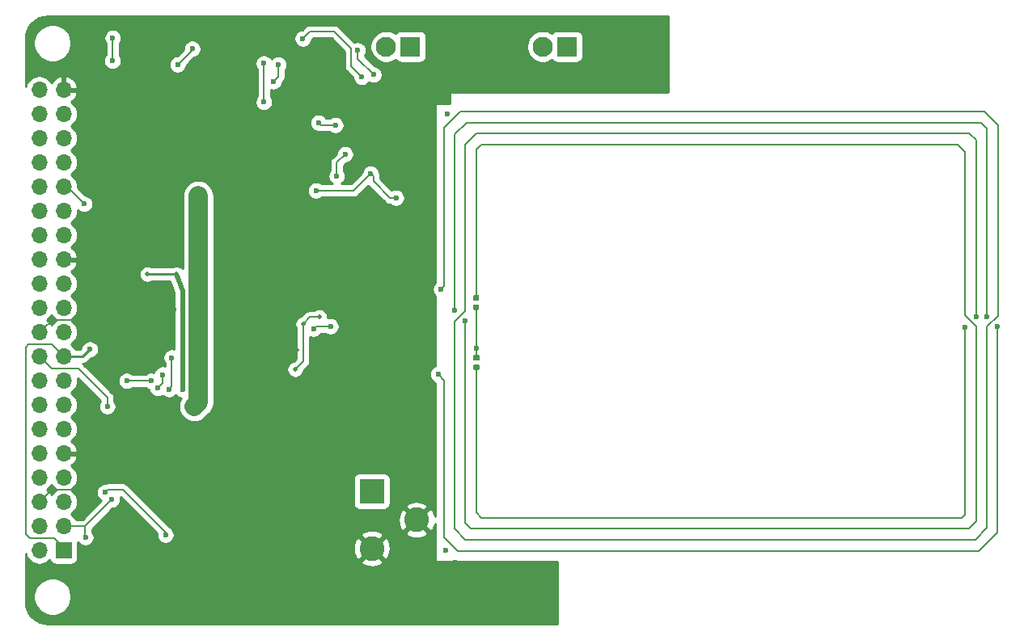
<source format=gbr>
G04 #@! TF.GenerationSoftware,KiCad,Pcbnew,5.1.4+dfsg1-1*
G04 #@! TF.CreationDate,2020-01-17T08:12:17-05:00*
G04 #@! TF.ProjectId,RasPi_NFC_Audio_KiCAD,52617350-695f-44e4-9643-5f417564696f,rev?*
G04 #@! TF.SameCoordinates,Original*
G04 #@! TF.FileFunction,Copper,L2,Bot*
G04 #@! TF.FilePolarity,Positive*
%FSLAX46Y46*%
G04 Gerber Fmt 4.6, Leading zero omitted, Abs format (unit mm)*
G04 Created by KiCad (PCBNEW 5.1.4+dfsg1-1) date 2020-01-17 08:12:17*
%MOMM*%
%LPD*%
G04 APERTURE LIST*
%ADD10R,2.600000X2.600000*%
%ADD11C,2.600000*%
%ADD12C,2.100000*%
%ADD13R,2.100000X2.100000*%
%ADD14C,0.100000*%
%ADD15C,0.590000*%
%ADD16R,1.700000X1.700000*%
%ADD17O,1.700000X1.700000*%
%ADD18C,0.600000*%
%ADD19C,0.500000*%
%ADD20C,1.000000*%
%ADD21C,2.000000*%
%ADD22C,0.500000*%
%ADD23C,0.250000*%
%ADD24C,2.000000*%
%ADD25C,0.200000*%
%ADD26C,0.160000*%
%ADD27C,0.254000*%
G04 APERTURE END LIST*
D10*
X145390000Y-98692000D03*
D11*
X145390000Y-104692000D03*
X150090000Y-101692000D03*
D12*
X146888600Y-52108400D03*
D13*
X149428600Y-52108400D03*
X165811600Y-52108400D03*
D12*
X163271600Y-52108400D03*
D14*
G36*
X156498958Y-79121510D02*
G01*
X156513276Y-79123634D01*
X156527317Y-79127151D01*
X156540946Y-79132028D01*
X156554031Y-79138217D01*
X156566447Y-79145658D01*
X156578073Y-79154281D01*
X156588798Y-79164002D01*
X156598519Y-79174727D01*
X156607142Y-79186353D01*
X156614583Y-79198769D01*
X156620772Y-79211854D01*
X156625649Y-79225483D01*
X156629166Y-79239524D01*
X156631290Y-79253842D01*
X156632000Y-79268300D01*
X156632000Y-79563300D01*
X156631290Y-79577758D01*
X156629166Y-79592076D01*
X156625649Y-79606117D01*
X156620772Y-79619746D01*
X156614583Y-79632831D01*
X156607142Y-79645247D01*
X156598519Y-79656873D01*
X156588798Y-79667598D01*
X156578073Y-79677319D01*
X156566447Y-79685942D01*
X156554031Y-79693383D01*
X156540946Y-79699572D01*
X156527317Y-79704449D01*
X156513276Y-79707966D01*
X156498958Y-79710090D01*
X156484500Y-79710800D01*
X156139500Y-79710800D01*
X156125042Y-79710090D01*
X156110724Y-79707966D01*
X156096683Y-79704449D01*
X156083054Y-79699572D01*
X156069969Y-79693383D01*
X156057553Y-79685942D01*
X156045927Y-79677319D01*
X156035202Y-79667598D01*
X156025481Y-79656873D01*
X156016858Y-79645247D01*
X156009417Y-79632831D01*
X156003228Y-79619746D01*
X155998351Y-79606117D01*
X155994834Y-79592076D01*
X155992710Y-79577758D01*
X155992000Y-79563300D01*
X155992000Y-79268300D01*
X155992710Y-79253842D01*
X155994834Y-79239524D01*
X155998351Y-79225483D01*
X156003228Y-79211854D01*
X156009417Y-79198769D01*
X156016858Y-79186353D01*
X156025481Y-79174727D01*
X156035202Y-79164002D01*
X156045927Y-79154281D01*
X156057553Y-79145658D01*
X156069969Y-79138217D01*
X156083054Y-79132028D01*
X156096683Y-79127151D01*
X156110724Y-79123634D01*
X156125042Y-79121510D01*
X156139500Y-79120800D01*
X156484500Y-79120800D01*
X156498958Y-79121510D01*
X156498958Y-79121510D01*
G37*
D15*
X156312000Y-79415800D03*
D14*
G36*
X156498958Y-78151510D02*
G01*
X156513276Y-78153634D01*
X156527317Y-78157151D01*
X156540946Y-78162028D01*
X156554031Y-78168217D01*
X156566447Y-78175658D01*
X156578073Y-78184281D01*
X156588798Y-78194002D01*
X156598519Y-78204727D01*
X156607142Y-78216353D01*
X156614583Y-78228769D01*
X156620772Y-78241854D01*
X156625649Y-78255483D01*
X156629166Y-78269524D01*
X156631290Y-78283842D01*
X156632000Y-78298300D01*
X156632000Y-78593300D01*
X156631290Y-78607758D01*
X156629166Y-78622076D01*
X156625649Y-78636117D01*
X156620772Y-78649746D01*
X156614583Y-78662831D01*
X156607142Y-78675247D01*
X156598519Y-78686873D01*
X156588798Y-78697598D01*
X156578073Y-78707319D01*
X156566447Y-78715942D01*
X156554031Y-78723383D01*
X156540946Y-78729572D01*
X156527317Y-78734449D01*
X156513276Y-78737966D01*
X156498958Y-78740090D01*
X156484500Y-78740800D01*
X156139500Y-78740800D01*
X156125042Y-78740090D01*
X156110724Y-78737966D01*
X156096683Y-78734449D01*
X156083054Y-78729572D01*
X156069969Y-78723383D01*
X156057553Y-78715942D01*
X156045927Y-78707319D01*
X156035202Y-78697598D01*
X156025481Y-78686873D01*
X156016858Y-78675247D01*
X156009417Y-78662831D01*
X156003228Y-78649746D01*
X155998351Y-78636117D01*
X155994834Y-78622076D01*
X155992710Y-78607758D01*
X155992000Y-78593300D01*
X155992000Y-78298300D01*
X155992710Y-78283842D01*
X155994834Y-78269524D01*
X155998351Y-78255483D01*
X156003228Y-78241854D01*
X156009417Y-78228769D01*
X156016858Y-78216353D01*
X156025481Y-78204727D01*
X156035202Y-78194002D01*
X156045927Y-78184281D01*
X156057553Y-78175658D01*
X156069969Y-78168217D01*
X156083054Y-78162028D01*
X156096683Y-78157151D01*
X156110724Y-78153634D01*
X156125042Y-78151510D01*
X156139500Y-78150800D01*
X156484500Y-78150800D01*
X156498958Y-78151510D01*
X156498958Y-78151510D01*
G37*
D15*
X156312000Y-78445800D03*
D14*
G36*
X156524358Y-84427710D02*
G01*
X156538676Y-84429834D01*
X156552717Y-84433351D01*
X156566346Y-84438228D01*
X156579431Y-84444417D01*
X156591847Y-84451858D01*
X156603473Y-84460481D01*
X156614198Y-84470202D01*
X156623919Y-84480927D01*
X156632542Y-84492553D01*
X156639983Y-84504969D01*
X156646172Y-84518054D01*
X156651049Y-84531683D01*
X156654566Y-84545724D01*
X156656690Y-84560042D01*
X156657400Y-84574500D01*
X156657400Y-84869500D01*
X156656690Y-84883958D01*
X156654566Y-84898276D01*
X156651049Y-84912317D01*
X156646172Y-84925946D01*
X156639983Y-84939031D01*
X156632542Y-84951447D01*
X156623919Y-84963073D01*
X156614198Y-84973798D01*
X156603473Y-84983519D01*
X156591847Y-84992142D01*
X156579431Y-84999583D01*
X156566346Y-85005772D01*
X156552717Y-85010649D01*
X156538676Y-85014166D01*
X156524358Y-85016290D01*
X156509900Y-85017000D01*
X156164900Y-85017000D01*
X156150442Y-85016290D01*
X156136124Y-85014166D01*
X156122083Y-85010649D01*
X156108454Y-85005772D01*
X156095369Y-84999583D01*
X156082953Y-84992142D01*
X156071327Y-84983519D01*
X156060602Y-84973798D01*
X156050881Y-84963073D01*
X156042258Y-84951447D01*
X156034817Y-84939031D01*
X156028628Y-84925946D01*
X156023751Y-84912317D01*
X156020234Y-84898276D01*
X156018110Y-84883958D01*
X156017400Y-84869500D01*
X156017400Y-84574500D01*
X156018110Y-84560042D01*
X156020234Y-84545724D01*
X156023751Y-84531683D01*
X156028628Y-84518054D01*
X156034817Y-84504969D01*
X156042258Y-84492553D01*
X156050881Y-84480927D01*
X156060602Y-84470202D01*
X156071327Y-84460481D01*
X156082953Y-84451858D01*
X156095369Y-84444417D01*
X156108454Y-84438228D01*
X156122083Y-84433351D01*
X156136124Y-84429834D01*
X156150442Y-84427710D01*
X156164900Y-84427000D01*
X156509900Y-84427000D01*
X156524358Y-84427710D01*
X156524358Y-84427710D01*
G37*
D15*
X156337400Y-84722000D03*
D14*
G36*
X156524358Y-85397710D02*
G01*
X156538676Y-85399834D01*
X156552717Y-85403351D01*
X156566346Y-85408228D01*
X156579431Y-85414417D01*
X156591847Y-85421858D01*
X156603473Y-85430481D01*
X156614198Y-85440202D01*
X156623919Y-85450927D01*
X156632542Y-85462553D01*
X156639983Y-85474969D01*
X156646172Y-85488054D01*
X156651049Y-85501683D01*
X156654566Y-85515724D01*
X156656690Y-85530042D01*
X156657400Y-85544500D01*
X156657400Y-85839500D01*
X156656690Y-85853958D01*
X156654566Y-85868276D01*
X156651049Y-85882317D01*
X156646172Y-85895946D01*
X156639983Y-85909031D01*
X156632542Y-85921447D01*
X156623919Y-85933073D01*
X156614198Y-85943798D01*
X156603473Y-85953519D01*
X156591847Y-85962142D01*
X156579431Y-85969583D01*
X156566346Y-85975772D01*
X156552717Y-85980649D01*
X156538676Y-85984166D01*
X156524358Y-85986290D01*
X156509900Y-85987000D01*
X156164900Y-85987000D01*
X156150442Y-85986290D01*
X156136124Y-85984166D01*
X156122083Y-85980649D01*
X156108454Y-85975772D01*
X156095369Y-85969583D01*
X156082953Y-85962142D01*
X156071327Y-85953519D01*
X156060602Y-85943798D01*
X156050881Y-85933073D01*
X156042258Y-85921447D01*
X156034817Y-85909031D01*
X156028628Y-85895946D01*
X156023751Y-85882317D01*
X156020234Y-85868276D01*
X156018110Y-85853958D01*
X156017400Y-85839500D01*
X156017400Y-85544500D01*
X156018110Y-85530042D01*
X156020234Y-85515724D01*
X156023751Y-85501683D01*
X156028628Y-85488054D01*
X156034817Y-85474969D01*
X156042258Y-85462553D01*
X156050881Y-85450927D01*
X156060602Y-85440202D01*
X156071327Y-85430481D01*
X156082953Y-85421858D01*
X156095369Y-85414417D01*
X156108454Y-85408228D01*
X156122083Y-85403351D01*
X156136124Y-85399834D01*
X156150442Y-85397710D01*
X156164900Y-85397000D01*
X156509900Y-85397000D01*
X156524358Y-85397710D01*
X156524358Y-85397710D01*
G37*
D15*
X156337400Y-85692000D03*
D16*
X113132000Y-104889600D03*
D17*
X110592000Y-104889600D03*
X113132000Y-102349600D03*
X110592000Y-102349600D03*
X113132000Y-99809600D03*
X110592000Y-99809600D03*
X113132000Y-97269600D03*
X110592000Y-97269600D03*
X113132000Y-94729600D03*
X110592000Y-94729600D03*
X113132000Y-92189600D03*
X110592000Y-92189600D03*
X113132000Y-89649600D03*
X110592000Y-89649600D03*
X113132000Y-87109600D03*
X110592000Y-87109600D03*
X113132000Y-84569600D03*
X110592000Y-84569600D03*
X113132000Y-82029600D03*
X110592000Y-82029600D03*
X113132000Y-79489600D03*
X110592000Y-79489600D03*
X113132000Y-76949600D03*
X110592000Y-76949600D03*
X113132000Y-74409600D03*
X110592000Y-74409600D03*
X113132000Y-71869600D03*
X110592000Y-71869600D03*
X113132000Y-69329600D03*
X110592000Y-69329600D03*
X113132000Y-66789600D03*
X110592000Y-66789600D03*
X113132000Y-64249600D03*
X110592000Y-64249600D03*
X113132000Y-61709600D03*
X110592000Y-61709600D03*
X113132000Y-59169600D03*
X110592000Y-59169600D03*
X113132000Y-56629600D03*
X110592000Y-56629600D03*
D18*
X125578000Y-88024000D03*
D19*
X124943000Y-75959000D03*
X121895000Y-75959000D03*
D20*
X126822600Y-89802000D03*
X127229000Y-67754800D03*
D18*
X134722000Y-81699400D03*
X132690000Y-81674000D03*
X154153000Y-106185000D03*
X153137000Y-104915000D03*
X153264000Y-59195000D03*
X153391000Y-57798000D03*
X156312000Y-83693300D03*
D21*
X163678000Y-111264994D03*
X163043000Y-107836000D03*
D20*
X119990000Y-107074000D03*
D18*
X115545000Y-90945000D03*
X115291000Y-80023000D03*
X115418000Y-70625000D03*
X115037000Y-62243000D03*
X128499000Y-98565000D03*
X136627000Y-97295000D03*
X136119000Y-90056000D03*
X129134000Y-85992000D03*
X147168000Y-90056000D03*
X141580000Y-89929000D03*
X141580000Y-86246000D03*
X150216000Y-72911000D03*
X146406000Y-74181000D03*
X140945000Y-75959000D03*
X142088000Y-78245000D03*
X131293000Y-70371000D03*
X131166000Y-71514000D03*
X129388000Y-71260000D03*
X130912000Y-72784000D03*
X124943000Y-70498000D03*
X119609000Y-71895000D03*
X137008000Y-65672000D03*
X143358000Y-68085000D03*
X151232000Y-69228000D03*
X129007000Y-59830000D03*
X136373000Y-58560000D03*
X144247000Y-58687000D03*
X132639200Y-79946800D03*
X134722000Y-79972200D03*
X124689000Y-79616600D03*
X136169800Y-76390800D03*
D19*
X147244200Y-63436800D03*
X140195700Y-53746700D03*
X136881000Y-54089600D03*
X143840600Y-63843200D03*
X146863200Y-60109400D03*
X137516000Y-83909200D03*
D18*
X118186600Y-99555600D03*
X115418000Y-103518000D03*
X117450000Y-98819000D03*
X123800000Y-103264000D03*
X115875200Y-83833000D03*
D19*
X138201800Y-81166000D03*
X139878200Y-80454800D03*
X137363600Y-85941200D03*
D18*
X144348600Y-55308800D03*
X138176400Y-51270200D03*
X125070000Y-53988000D03*
X126594000Y-52337000D03*
X117704000Y-89802000D03*
X122276000Y-87135000D03*
X119736000Y-87135000D03*
X145263000Y-65418000D03*
X147930000Y-67958000D03*
X139548000Y-67196000D03*
X115291000Y-68593000D03*
X118262800Y-51194000D03*
X118237400Y-53607000D03*
X145567800Y-55054800D03*
X143891400Y-52489400D03*
X141580000Y-60338000D03*
X139802000Y-60084000D03*
X134087000Y-57925000D03*
X134087000Y-53861000D03*
X124155600Y-88024000D03*
X124460400Y-84696600D03*
X122987200Y-87897000D03*
X123495200Y-86474600D03*
X141072000Y-81420000D03*
X139294000Y-81674000D03*
X155169000Y-80835800D03*
X154089500Y-79756300D03*
X209779000Y-80391300D03*
X210858500Y-81470800D03*
X152324200Y-86449200D03*
X208636000Y-80391300D03*
X207493000Y-81534300D03*
X152629000Y-77559200D03*
X135611000Y-53988000D03*
X135103000Y-55766000D03*
X142596000Y-63386000D03*
X141707000Y-65672000D03*
D22*
X125578000Y-77737000D02*
X125578000Y-88024000D01*
X124943000Y-75959000D02*
X125578000Y-77737000D01*
D23*
X124943000Y-75959000D02*
X121895000Y-75959000D01*
D24*
X126822600Y-89802000D02*
X127229000Y-89395600D01*
X127229000Y-89395600D02*
X127229000Y-67754800D01*
D23*
X153391000Y-59068000D02*
X153264000Y-59195000D01*
D25*
X156312000Y-79415800D02*
X156312000Y-83693300D01*
X156337400Y-83718700D02*
X156312000Y-83693300D01*
X156337400Y-84722000D02*
X156337400Y-83718700D01*
X110592000Y-99809600D02*
X111862000Y-98539600D01*
X111862000Y-98539600D02*
X114478200Y-98539600D01*
D26*
X111441999Y-81179601D02*
X111721399Y-81179601D01*
X110592000Y-82029600D02*
X111441999Y-81179601D01*
X111721399Y-81179601D02*
X112116000Y-80785000D01*
X112116000Y-80785000D02*
X114529000Y-80785000D01*
X114529000Y-80785000D02*
X115291000Y-80023000D01*
X113132000Y-102349600D02*
X115392600Y-102349600D01*
X115392600Y-102349600D02*
X118186600Y-99555600D01*
X115392600Y-102349600D02*
X115392600Y-103492600D01*
X115392600Y-103492600D02*
X115418000Y-103518000D01*
X117749999Y-98519001D02*
X119309001Y-98519001D01*
X117450000Y-98819000D02*
X117749999Y-98519001D01*
X119309001Y-98519001D02*
X123800000Y-103010000D01*
X123800000Y-103010000D02*
X123800000Y-103264000D01*
D23*
X113132000Y-84569600D02*
X115138600Y-84569600D01*
X115138600Y-84569600D02*
X115875200Y-83833000D01*
D26*
X113132000Y-104889600D02*
X113132000Y-104584800D01*
X113132000Y-104584800D02*
X112166800Y-103619600D01*
X112166800Y-103619600D02*
X109576000Y-103619600D01*
X109576000Y-103619600D02*
X109144200Y-103187800D01*
X109144200Y-103187800D02*
X109144200Y-83629800D01*
X109144200Y-83629800D02*
X109474400Y-83299600D01*
X111862000Y-83299600D02*
X113132000Y-84569600D01*
X109474400Y-83299600D02*
X111862000Y-83299600D01*
X138201800Y-81166000D02*
X138913000Y-80454800D01*
X138913000Y-80454800D02*
X139878200Y-80454800D01*
X138201800Y-81166000D02*
X138201800Y-81519553D01*
X138201800Y-81519553D02*
X138201800Y-85103000D01*
X138201800Y-85103000D02*
X137363600Y-85941200D01*
X144348600Y-55308800D02*
X143231000Y-54191200D01*
X143231000Y-54191200D02*
X143231000Y-52311600D01*
X143231000Y-52311600D02*
X141453000Y-50533600D01*
X141453000Y-50533600D02*
X138913000Y-50533600D01*
X138913000Y-50533600D02*
X138176400Y-51270200D01*
X125070000Y-53988000D02*
X126594000Y-52464000D01*
X126594000Y-52464000D02*
X126594000Y-52337000D01*
X114656000Y-85865000D02*
X111887400Y-85865000D01*
X111887400Y-85865000D02*
X110592000Y-84569600D01*
X117704000Y-89802000D02*
X117704000Y-88913000D01*
X117704000Y-88913000D02*
X114656000Y-85865000D01*
X122276000Y-87135000D02*
X119736000Y-87135000D01*
X145562999Y-65717999D02*
X145562999Y-66225999D01*
X145263000Y-65418000D02*
X145562999Y-65717999D01*
X145562999Y-66225999D02*
X147295000Y-67958000D01*
X147295000Y-67958000D02*
X147930000Y-67958000D01*
X140967402Y-67196000D02*
X139548000Y-67196000D01*
X145263000Y-65418000D02*
X143485000Y-67196000D01*
X143485000Y-67196000D02*
X140967402Y-67196000D01*
X113487600Y-66789600D02*
X113132000Y-66789600D01*
X115291000Y-68593000D02*
X113487600Y-66789600D01*
X118262800Y-51194000D02*
X118262800Y-53581600D01*
X118262800Y-53581600D02*
X118237400Y-53607000D01*
X145567800Y-55054800D02*
X143891400Y-53378400D01*
X143891400Y-53378400D02*
X143891400Y-52489400D01*
X141580000Y-60338000D02*
X140056000Y-60338000D01*
X140056000Y-60338000D02*
X139802000Y-60084000D01*
X134087000Y-57925000D02*
X134087000Y-53861000D01*
X124155600Y-88024000D02*
X124460400Y-87719200D01*
X124460400Y-87719200D02*
X124460400Y-84696600D01*
X122987200Y-87897000D02*
X123495200Y-87389000D01*
X123495200Y-87389000D02*
X123495200Y-86474600D01*
D25*
X141072000Y-81420000D02*
X139548000Y-81420000D01*
X139548000Y-81420000D02*
X139294000Y-81674000D01*
X209779000Y-80391300D02*
X209715500Y-80327800D01*
X207493000Y-80264300D02*
X207493000Y-79692800D01*
X156312000Y-62865300D02*
X156312000Y-63309800D01*
X156820000Y-62357300D02*
X156312000Y-62865300D01*
X156312000Y-75882800D02*
X156312000Y-63309800D01*
X154089500Y-61277800D02*
X155296000Y-60071300D01*
X205969000Y-62357300D02*
X156820000Y-62357300D01*
X209779000Y-61404800D02*
X209779000Y-62611300D01*
X206731000Y-62357300D02*
X205969000Y-62357300D01*
X208636000Y-81407300D02*
X207493000Y-80264300D01*
X156883500Y-60071300D02*
X155867500Y-60071300D01*
X209779000Y-60706300D02*
X209144000Y-60071300D01*
X154089500Y-64325800D02*
X154089500Y-79756300D01*
X208636000Y-81407300D02*
X208636000Y-101346300D01*
X207874000Y-102616300D02*
X208636000Y-101854300D01*
X155169000Y-81978800D02*
X155169000Y-102044800D01*
X208636000Y-101854300D02*
X208636000Y-101346300D01*
X207493000Y-79692800D02*
X207493000Y-63119300D01*
X155169000Y-80835800D02*
X155169000Y-81978800D01*
X154089500Y-61849300D02*
X154089500Y-61277800D01*
X209779000Y-79121300D02*
X209779000Y-62611300D01*
X156312000Y-75882800D02*
X156312000Y-77337800D01*
X209779000Y-80391300D02*
X209779000Y-79121300D01*
X157010500Y-102616300D02*
X207874000Y-102616300D01*
X155296000Y-60071300D02*
X155867500Y-60071300D01*
X207493000Y-63119300D02*
X206731000Y-62357300D01*
X155740500Y-102616300D02*
X157010500Y-102616300D01*
X209779000Y-61404800D02*
X209779000Y-60706300D01*
X209144000Y-60071300D02*
X202984500Y-60071300D01*
X202984500Y-60071300D02*
X156883500Y-60071300D01*
X154089500Y-61849300D02*
X154089500Y-64325800D01*
X155169000Y-102044800D02*
X155740500Y-102616300D01*
X156312000Y-77337800D02*
X156312000Y-78445800D01*
X152946500Y-87071500D02*
X152324200Y-86449200D01*
X152946500Y-103505300D02*
X152946500Y-87071500D01*
X154407000Y-104965800D02*
X152946500Y-103505300D01*
X208890000Y-104965800D02*
X154407000Y-104965800D01*
X210858500Y-81470800D02*
X210858500Y-102997300D01*
X210858500Y-102997300D02*
X208890000Y-104965800D01*
X209779000Y-86614300D02*
X209779000Y-102552800D01*
X155550000Y-58928300D02*
X154661000Y-58928300D01*
X209779000Y-102552800D02*
X208572500Y-103759300D01*
X207493000Y-81534300D02*
X207493000Y-83248800D01*
X210922000Y-60896800D02*
X210922000Y-80327800D01*
X210922000Y-60325300D02*
X210922000Y-60896800D01*
X202730500Y-61214300D02*
X207937500Y-61214300D01*
X154661000Y-58928300D02*
X152946500Y-60642800D01*
X152946500Y-60642800D02*
X152946500Y-61531800D01*
X156756500Y-58928300D02*
X155550000Y-58928300D01*
X209779000Y-86614300D02*
X209779000Y-81470800D01*
X207493000Y-83248800D02*
X207493000Y-101155800D01*
X156312000Y-100901800D02*
X156312000Y-100330300D01*
X156883500Y-101473300D02*
X156312000Y-100901800D01*
X156312000Y-86556300D02*
X156312000Y-100330300D01*
X208318500Y-58928300D02*
X209525000Y-58928300D01*
X157899500Y-103759300D02*
X208572500Y-103759300D01*
X209525000Y-58928300D02*
X210922000Y-60325300D01*
X210922000Y-80327800D02*
X209779000Y-81470800D01*
X156756500Y-58928300D02*
X208318500Y-58928300D01*
X155169000Y-103759300D02*
X157899500Y-103759300D01*
X155169000Y-76136800D02*
X155169000Y-62420800D01*
X154089500Y-80899300D02*
X155169000Y-79819800D01*
X154026000Y-81026300D02*
X154089500Y-80962800D01*
X156375500Y-61214300D02*
X157328000Y-61214300D01*
X152946500Y-61531800D02*
X152946500Y-61468300D01*
X208636000Y-63055800D02*
X208636000Y-80391300D01*
X207937500Y-61214300D02*
X208636000Y-61912800D01*
X207175500Y-101473300D02*
X206096000Y-101473300D01*
X208636000Y-61912800D02*
X208636000Y-63055800D01*
X155169000Y-79819800D02*
X155169000Y-76136800D01*
X154089500Y-80962800D02*
X154089500Y-80899300D01*
X154026000Y-102616300D02*
X154026000Y-96964800D01*
X207493000Y-101155800D02*
X207175500Y-101473300D01*
X157899500Y-103759300D02*
X157963000Y-103759300D01*
X155169000Y-103759300D02*
X154026000Y-102616300D01*
X154026000Y-96964800D02*
X154026000Y-81026300D01*
X155169000Y-62420800D02*
X156375500Y-61214300D01*
X206096000Y-101473300D02*
X156883500Y-101473300D01*
X157328000Y-61214300D02*
X202730500Y-61214300D01*
X156312000Y-86112400D02*
X156312000Y-86556300D01*
X156337400Y-86087000D02*
X156312000Y-86112400D01*
X156337400Y-85692000D02*
X156337400Y-86087000D01*
X152946500Y-76708300D02*
X152946500Y-61531800D01*
X152946500Y-76708300D02*
X152946500Y-77241700D01*
X152946500Y-77241700D02*
X152629000Y-77559200D01*
D26*
X135611000Y-53988000D02*
X135611000Y-55258000D01*
X135611000Y-55258000D02*
X135103000Y-55766000D01*
X142596000Y-63386000D02*
X141707000Y-64275000D01*
X141707000Y-64275000D02*
X141707000Y-65672000D01*
D27*
G36*
X176378000Y-56909000D02*
G01*
X153645000Y-56909000D01*
X153620224Y-56911440D01*
X153596399Y-56918667D01*
X153574443Y-56930403D01*
X153555197Y-56946197D01*
X153539403Y-56965443D01*
X153527667Y-56987399D01*
X153520440Y-57011224D01*
X153518000Y-57036000D01*
X153518000Y-58052000D01*
X152121000Y-58052000D01*
X152096224Y-58054440D01*
X152072399Y-58061667D01*
X152050443Y-58073403D01*
X152031197Y-58089197D01*
X152015403Y-58108443D01*
X152003667Y-58130399D01*
X151996440Y-58154224D01*
X151994000Y-58179000D01*
X151994000Y-76871910D01*
X151902738Y-76963172D01*
X151800414Y-77116311D01*
X151729932Y-77286471D01*
X151694000Y-77467111D01*
X151694000Y-77651289D01*
X151729932Y-77831929D01*
X151800414Y-78002089D01*
X151902738Y-78155228D01*
X151994000Y-78246490D01*
X151994000Y-85573937D01*
X151881311Y-85620614D01*
X151728172Y-85722938D01*
X151597938Y-85853172D01*
X151495614Y-86006311D01*
X151425132Y-86176471D01*
X151389200Y-86357111D01*
X151389200Y-86541289D01*
X151425132Y-86721929D01*
X151495614Y-86892089D01*
X151597938Y-87045228D01*
X151728172Y-87175462D01*
X151881311Y-87277786D01*
X151994000Y-87324463D01*
X151994000Y-101323436D01*
X151986457Y-101263049D01*
X151866333Y-100901310D01*
X151734312Y-100654317D01*
X151439224Y-100522381D01*
X150269605Y-101692000D01*
X151439224Y-102861619D01*
X151734312Y-102729683D01*
X151905159Y-102388955D01*
X151994000Y-102065977D01*
X151994000Y-105931000D01*
X151996440Y-105955776D01*
X152003667Y-105979601D01*
X152015403Y-106001557D01*
X152031197Y-106020803D01*
X152050443Y-106036597D01*
X152072399Y-106048333D01*
X152096224Y-106055560D01*
X152121000Y-106058000D01*
X164821000Y-106058000D01*
X164821000Y-112561200D01*
X111498904Y-112561200D01*
X111016384Y-112513888D01*
X110584473Y-112383487D01*
X110186120Y-112171680D01*
X109836486Y-111886525D01*
X109548903Y-111538897D01*
X109334315Y-111142025D01*
X109200900Y-110711034D01*
X109150400Y-110230546D01*
X109150400Y-109550695D01*
X109980400Y-109550695D01*
X109980400Y-109941705D01*
X110056682Y-110325203D01*
X110206315Y-110686450D01*
X110423549Y-111011564D01*
X110700036Y-111288051D01*
X111025150Y-111505285D01*
X111386397Y-111654918D01*
X111769895Y-111731200D01*
X112160905Y-111731200D01*
X112544403Y-111654918D01*
X112905650Y-111505285D01*
X113230764Y-111288051D01*
X113507251Y-111011564D01*
X113724485Y-110686450D01*
X113874118Y-110325203D01*
X113950400Y-109941705D01*
X113950400Y-109550695D01*
X113874118Y-109167197D01*
X113724485Y-108805950D01*
X113507251Y-108480836D01*
X113230764Y-108204349D01*
X112905650Y-107987115D01*
X112544403Y-107837482D01*
X112160905Y-107761200D01*
X111769895Y-107761200D01*
X111386397Y-107837482D01*
X111025150Y-107987115D01*
X110700036Y-108204349D01*
X110423549Y-108480836D01*
X110206315Y-108805950D01*
X110056682Y-109167197D01*
X109980400Y-109550695D01*
X109150400Y-109550695D01*
X109150400Y-105252948D01*
X109213401Y-105460634D01*
X109351294Y-105718614D01*
X109536866Y-105944734D01*
X109762986Y-106130306D01*
X110020966Y-106268199D01*
X110300889Y-106353113D01*
X110519050Y-106374600D01*
X110664950Y-106374600D01*
X110883111Y-106353113D01*
X111163034Y-106268199D01*
X111421014Y-106130306D01*
X111647134Y-105944734D01*
X111671607Y-105914913D01*
X111692498Y-105983780D01*
X111751463Y-106094094D01*
X111830815Y-106190785D01*
X111927506Y-106270137D01*
X112037820Y-106329102D01*
X112157518Y-106365412D01*
X112282000Y-106377672D01*
X113982000Y-106377672D01*
X114106482Y-106365412D01*
X114226180Y-106329102D01*
X114336494Y-106270137D01*
X114433185Y-106190785D01*
X114512537Y-106094094D01*
X114540797Y-106041224D01*
X144220381Y-106041224D01*
X144352317Y-106336312D01*
X144693045Y-106507159D01*
X145060557Y-106608250D01*
X145440729Y-106635701D01*
X145818951Y-106588457D01*
X146180690Y-106468333D01*
X146427683Y-106336312D01*
X146559619Y-106041224D01*
X145390000Y-104871605D01*
X144220381Y-106041224D01*
X114540797Y-106041224D01*
X114571502Y-105983780D01*
X114607812Y-105864082D01*
X114620072Y-105739600D01*
X114620072Y-104742729D01*
X143446299Y-104742729D01*
X143493543Y-105120951D01*
X143613667Y-105482690D01*
X143745688Y-105729683D01*
X144040776Y-105861619D01*
X145210395Y-104692000D01*
X145569605Y-104692000D01*
X146739224Y-105861619D01*
X147034312Y-105729683D01*
X147205159Y-105388955D01*
X147306250Y-105021443D01*
X147333701Y-104641271D01*
X147286457Y-104263049D01*
X147166333Y-103901310D01*
X147034312Y-103654317D01*
X146739224Y-103522381D01*
X145569605Y-104692000D01*
X145210395Y-104692000D01*
X144040776Y-103522381D01*
X143745688Y-103654317D01*
X143574841Y-103995045D01*
X143473750Y-104362557D01*
X143446299Y-104742729D01*
X114620072Y-104742729D01*
X114620072Y-104039600D01*
X114616280Y-104001097D01*
X114691738Y-104114028D01*
X114821972Y-104244262D01*
X114975111Y-104346586D01*
X115145271Y-104417068D01*
X115325911Y-104453000D01*
X115510089Y-104453000D01*
X115690729Y-104417068D01*
X115860889Y-104346586D01*
X116014028Y-104244262D01*
X116144262Y-104114028D01*
X116246586Y-103960889D01*
X116317068Y-103790729D01*
X116353000Y-103610089D01*
X116353000Y-103425911D01*
X116317068Y-103245271D01*
X116246586Y-103075111D01*
X116144262Y-102921972D01*
X116107600Y-102885310D01*
X116107600Y-102645761D01*
X118262763Y-100490600D01*
X118278689Y-100490600D01*
X118459329Y-100454668D01*
X118629489Y-100384186D01*
X118782628Y-100281862D01*
X118912862Y-100151628D01*
X119015186Y-99998489D01*
X119085668Y-99828329D01*
X119121600Y-99647689D01*
X119121600Y-99463511D01*
X119091617Y-99312778D01*
X122879227Y-103100390D01*
X122865000Y-103171911D01*
X122865000Y-103356089D01*
X122900932Y-103536729D01*
X122971414Y-103706889D01*
X123073738Y-103860028D01*
X123203972Y-103990262D01*
X123357111Y-104092586D01*
X123527271Y-104163068D01*
X123707911Y-104199000D01*
X123892089Y-104199000D01*
X124072729Y-104163068D01*
X124242889Y-104092586D01*
X124396028Y-103990262D01*
X124526262Y-103860028D01*
X124628586Y-103706889D01*
X124699068Y-103536729D01*
X124735000Y-103356089D01*
X124735000Y-103342776D01*
X144220381Y-103342776D01*
X145390000Y-104512395D01*
X146559619Y-103342776D01*
X146427683Y-103047688D01*
X146414792Y-103041224D01*
X148920381Y-103041224D01*
X149052317Y-103336312D01*
X149393045Y-103507159D01*
X149760557Y-103608250D01*
X150140729Y-103635701D01*
X150518951Y-103588457D01*
X150880690Y-103468333D01*
X151127683Y-103336312D01*
X151259619Y-103041224D01*
X150090000Y-101871605D01*
X148920381Y-103041224D01*
X146414792Y-103041224D01*
X146086955Y-102876841D01*
X145719443Y-102775750D01*
X145339271Y-102748299D01*
X144961049Y-102795543D01*
X144599310Y-102915667D01*
X144352317Y-103047688D01*
X144220381Y-103342776D01*
X124735000Y-103342776D01*
X124735000Y-103171911D01*
X124699068Y-102991271D01*
X124628586Y-102821111D01*
X124526262Y-102667972D01*
X124396028Y-102537738D01*
X124242889Y-102435414D01*
X124232114Y-102430951D01*
X123543892Y-101742729D01*
X148146299Y-101742729D01*
X148193543Y-102120951D01*
X148313667Y-102482690D01*
X148445688Y-102729683D01*
X148740776Y-102861619D01*
X149910395Y-101692000D01*
X148740776Y-100522381D01*
X148445688Y-100654317D01*
X148274841Y-100995045D01*
X148173750Y-101362557D01*
X148146299Y-101742729D01*
X123543892Y-101742729D01*
X119839421Y-98038260D01*
X119817028Y-98010974D01*
X119708155Y-97921624D01*
X119583943Y-97855231D01*
X119449165Y-97814347D01*
X119344121Y-97804001D01*
X119344111Y-97804001D01*
X119309001Y-97800543D01*
X119273891Y-97804001D01*
X117785111Y-97804001D01*
X117749999Y-97800543D01*
X117714887Y-97804001D01*
X117714879Y-97804001D01*
X117621947Y-97813154D01*
X117609834Y-97814347D01*
X117568950Y-97826749D01*
X117475057Y-97855231D01*
X117421234Y-97884000D01*
X117357911Y-97884000D01*
X117177271Y-97919932D01*
X117007111Y-97990414D01*
X116853972Y-98092738D01*
X116723738Y-98222972D01*
X116621414Y-98376111D01*
X116550932Y-98546271D01*
X116515000Y-98726911D01*
X116515000Y-98911089D01*
X116550932Y-99091729D01*
X116621414Y-99261889D01*
X116723738Y-99415028D01*
X116853972Y-99545262D01*
X117007111Y-99647586D01*
X117061092Y-99669945D01*
X115096439Y-101634600D01*
X114433648Y-101634600D01*
X114372706Y-101520586D01*
X114187134Y-101294466D01*
X113961014Y-101108894D01*
X113906209Y-101079600D01*
X113961014Y-101050306D01*
X114187134Y-100864734D01*
X114372706Y-100638614D01*
X114510599Y-100380634D01*
X114595513Y-100100711D01*
X114624185Y-99809600D01*
X114595513Y-99518489D01*
X114510599Y-99238566D01*
X114372706Y-98980586D01*
X114187134Y-98754466D01*
X113961014Y-98568894D01*
X113906209Y-98539600D01*
X113961014Y-98510306D01*
X114187134Y-98324734D01*
X114372706Y-98098614D01*
X114510599Y-97840634D01*
X114595513Y-97560711D01*
X114612129Y-97392000D01*
X143451928Y-97392000D01*
X143451928Y-99992000D01*
X143464188Y-100116482D01*
X143500498Y-100236180D01*
X143559463Y-100346494D01*
X143638815Y-100443185D01*
X143735506Y-100522537D01*
X143845820Y-100581502D01*
X143965518Y-100617812D01*
X144090000Y-100630072D01*
X146690000Y-100630072D01*
X146814482Y-100617812D01*
X146934180Y-100581502D01*
X147044494Y-100522537D01*
X147141185Y-100443185D01*
X147220537Y-100346494D01*
X147222524Y-100342776D01*
X148920381Y-100342776D01*
X150090000Y-101512395D01*
X151259619Y-100342776D01*
X151127683Y-100047688D01*
X150786955Y-99876841D01*
X150419443Y-99775750D01*
X150039271Y-99748299D01*
X149661049Y-99795543D01*
X149299310Y-99915667D01*
X149052317Y-100047688D01*
X148920381Y-100342776D01*
X147222524Y-100342776D01*
X147279502Y-100236180D01*
X147315812Y-100116482D01*
X147328072Y-99992000D01*
X147328072Y-97392000D01*
X147315812Y-97267518D01*
X147279502Y-97147820D01*
X147220537Y-97037506D01*
X147141185Y-96940815D01*
X147044494Y-96861463D01*
X146934180Y-96802498D01*
X146814482Y-96766188D01*
X146690000Y-96753928D01*
X144090000Y-96753928D01*
X143965518Y-96766188D01*
X143845820Y-96802498D01*
X143735506Y-96861463D01*
X143638815Y-96940815D01*
X143559463Y-97037506D01*
X143500498Y-97147820D01*
X143464188Y-97267518D01*
X143451928Y-97392000D01*
X114612129Y-97392000D01*
X114624185Y-97269600D01*
X114595513Y-96978489D01*
X114510599Y-96698566D01*
X114372706Y-96440586D01*
X114187134Y-96214466D01*
X113961014Y-96028894D01*
X113896477Y-95994399D01*
X114013355Y-95924778D01*
X114229588Y-95729869D01*
X114403641Y-95496520D01*
X114528825Y-95233699D01*
X114573476Y-95086490D01*
X114452155Y-94856600D01*
X113259000Y-94856600D01*
X113259000Y-94876600D01*
X113005000Y-94876600D01*
X113005000Y-94856600D01*
X112985000Y-94856600D01*
X112985000Y-94602600D01*
X113005000Y-94602600D01*
X113005000Y-94582600D01*
X113259000Y-94582600D01*
X113259000Y-94602600D01*
X114452155Y-94602600D01*
X114573476Y-94372710D01*
X114528825Y-94225501D01*
X114403641Y-93962680D01*
X114229588Y-93729331D01*
X114013355Y-93534422D01*
X113896477Y-93464801D01*
X113961014Y-93430306D01*
X114187134Y-93244734D01*
X114372706Y-93018614D01*
X114510599Y-92760634D01*
X114595513Y-92480711D01*
X114624185Y-92189600D01*
X114595513Y-91898489D01*
X114510599Y-91618566D01*
X114372706Y-91360586D01*
X114187134Y-91134466D01*
X113961014Y-90948894D01*
X113906209Y-90919600D01*
X113961014Y-90890306D01*
X114187134Y-90704734D01*
X114372706Y-90478614D01*
X114510599Y-90220634D01*
X114595513Y-89940711D01*
X114624185Y-89649600D01*
X114595513Y-89358489D01*
X114510599Y-89078566D01*
X114372706Y-88820586D01*
X114187134Y-88594466D01*
X113961014Y-88408894D01*
X113906209Y-88379600D01*
X113961014Y-88350306D01*
X114187134Y-88164734D01*
X114372706Y-87938614D01*
X114510599Y-87680634D01*
X114595513Y-87400711D01*
X114624185Y-87109600D01*
X114595513Y-86818489D01*
X114594287Y-86814448D01*
X116981774Y-89201936D01*
X116977738Y-89205972D01*
X116875414Y-89359111D01*
X116804932Y-89529271D01*
X116769000Y-89709911D01*
X116769000Y-89894089D01*
X116804932Y-90074729D01*
X116875414Y-90244889D01*
X116977738Y-90398028D01*
X117107972Y-90528262D01*
X117261111Y-90630586D01*
X117431271Y-90701068D01*
X117611911Y-90737000D01*
X117796089Y-90737000D01*
X117976729Y-90701068D01*
X118146889Y-90630586D01*
X118300028Y-90528262D01*
X118430262Y-90398028D01*
X118532586Y-90244889D01*
X118603068Y-90074729D01*
X118639000Y-89894089D01*
X118639000Y-89709911D01*
X118603068Y-89529271D01*
X118532586Y-89359111D01*
X118430262Y-89205972D01*
X118419000Y-89194710D01*
X118419000Y-88948110D01*
X118422458Y-88913000D01*
X118419000Y-88877890D01*
X118419000Y-88877880D01*
X118408654Y-88772836D01*
X118367770Y-88638058D01*
X118301377Y-88513846D01*
X118212027Y-88404973D01*
X118184746Y-88382584D01*
X116845073Y-87042911D01*
X118801000Y-87042911D01*
X118801000Y-87227089D01*
X118836932Y-87407729D01*
X118907414Y-87577889D01*
X119009738Y-87731028D01*
X119139972Y-87861262D01*
X119293111Y-87963586D01*
X119463271Y-88034068D01*
X119643911Y-88070000D01*
X119828089Y-88070000D01*
X120008729Y-88034068D01*
X120178889Y-87963586D01*
X120332028Y-87861262D01*
X120343290Y-87850000D01*
X121668710Y-87850000D01*
X121679972Y-87861262D01*
X121833111Y-87963586D01*
X122003271Y-88034068D01*
X122063531Y-88046055D01*
X122088132Y-88169729D01*
X122158614Y-88339889D01*
X122260938Y-88493028D01*
X122391172Y-88623262D01*
X122544311Y-88725586D01*
X122714471Y-88796068D01*
X122895111Y-88832000D01*
X123079289Y-88832000D01*
X123259929Y-88796068D01*
X123430089Y-88725586D01*
X123492916Y-88683606D01*
X123559572Y-88750262D01*
X123712711Y-88852586D01*
X123882871Y-88923068D01*
X124063511Y-88959000D01*
X124247689Y-88959000D01*
X124428329Y-88923068D01*
X124598489Y-88852586D01*
X124751628Y-88750262D01*
X124866800Y-88635090D01*
X124981972Y-88750262D01*
X125135111Y-88852586D01*
X125305271Y-88923068D01*
X125425690Y-88947021D01*
X125304748Y-89173286D01*
X125211258Y-89481484D01*
X125179689Y-89802000D01*
X125211258Y-90122516D01*
X125304748Y-90430714D01*
X125456570Y-90714752D01*
X125660887Y-90963713D01*
X125909848Y-91168030D01*
X126193886Y-91319852D01*
X126502084Y-91413342D01*
X126822600Y-91444911D01*
X127143116Y-91413342D01*
X127451314Y-91319852D01*
X127735352Y-91168030D01*
X127921923Y-91014915D01*
X128328314Y-90608524D01*
X128390714Y-90557314D01*
X128595031Y-90308352D01*
X128746852Y-90024315D01*
X128840343Y-89716116D01*
X128864000Y-89475922D01*
X128864000Y-89475920D01*
X128871911Y-89395601D01*
X128864000Y-89315281D01*
X128864000Y-85854035D01*
X136478600Y-85854035D01*
X136478600Y-86028365D01*
X136512610Y-86199345D01*
X136579323Y-86360405D01*
X136676176Y-86505355D01*
X136799445Y-86628624D01*
X136944395Y-86725477D01*
X137105455Y-86792190D01*
X137276435Y-86826200D01*
X137450765Y-86826200D01*
X137621745Y-86792190D01*
X137782805Y-86725477D01*
X137927755Y-86628624D01*
X138051024Y-86505355D01*
X138147877Y-86360405D01*
X138214590Y-86199345D01*
X138238917Y-86077045D01*
X138682551Y-85633412D01*
X138709827Y-85611027D01*
X138732211Y-85583752D01*
X138732215Y-85583748D01*
X138799176Y-85502155D01*
X138814806Y-85472914D01*
X138865570Y-85377942D01*
X138906454Y-85243164D01*
X138916800Y-85138120D01*
X138916800Y-85138110D01*
X138920258Y-85103000D01*
X138916800Y-85067890D01*
X138916800Y-82529795D01*
X139021271Y-82573068D01*
X139201911Y-82609000D01*
X139386089Y-82609000D01*
X139566729Y-82573068D01*
X139736889Y-82502586D01*
X139890028Y-82400262D01*
X140020262Y-82270028D01*
X140097121Y-82155000D01*
X140489049Y-82155000D01*
X140629111Y-82248586D01*
X140799271Y-82319068D01*
X140979911Y-82355000D01*
X141164089Y-82355000D01*
X141344729Y-82319068D01*
X141514889Y-82248586D01*
X141668028Y-82146262D01*
X141798262Y-82016028D01*
X141900586Y-81862889D01*
X141971068Y-81692729D01*
X142007000Y-81512089D01*
X142007000Y-81327911D01*
X141971068Y-81147271D01*
X141900586Y-80977111D01*
X141798262Y-80823972D01*
X141668028Y-80693738D01*
X141514889Y-80591414D01*
X141344729Y-80520932D01*
X141164089Y-80485000D01*
X140979911Y-80485000D01*
X140799271Y-80520932D01*
X140763200Y-80535873D01*
X140763200Y-80367635D01*
X140729190Y-80196655D01*
X140662477Y-80035595D01*
X140565624Y-79890645D01*
X140442355Y-79767376D01*
X140297405Y-79670523D01*
X140136345Y-79603810D01*
X139965365Y-79569800D01*
X139791035Y-79569800D01*
X139620055Y-79603810D01*
X139458995Y-79670523D01*
X139355315Y-79739800D01*
X138948112Y-79739800D01*
X138913000Y-79736342D01*
X138877888Y-79739800D01*
X138877880Y-79739800D01*
X138784948Y-79748953D01*
X138772835Y-79750146D01*
X138731951Y-79762548D01*
X138638058Y-79791030D01*
X138513846Y-79857423D01*
X138496066Y-79872015D01*
X138432252Y-79924385D01*
X138432248Y-79924389D01*
X138404973Y-79946773D01*
X138382588Y-79974049D01*
X138065955Y-80290683D01*
X137943655Y-80315010D01*
X137782595Y-80381723D01*
X137637645Y-80478576D01*
X137514376Y-80601845D01*
X137417523Y-80746795D01*
X137350810Y-80907855D01*
X137316800Y-81078835D01*
X137316800Y-81253165D01*
X137350810Y-81424145D01*
X137417523Y-81585205D01*
X137486800Y-81688885D01*
X137486801Y-84806837D01*
X137227755Y-85065883D01*
X137105455Y-85090210D01*
X136944395Y-85156923D01*
X136799445Y-85253776D01*
X136676176Y-85377045D01*
X136579323Y-85521995D01*
X136512610Y-85683055D01*
X136478600Y-85854035D01*
X128864000Y-85854035D01*
X128864000Y-67674478D01*
X128840343Y-67434284D01*
X128746852Y-67126085D01*
X128735000Y-67103911D01*
X138613000Y-67103911D01*
X138613000Y-67288089D01*
X138648932Y-67468729D01*
X138719414Y-67638889D01*
X138821738Y-67792028D01*
X138951972Y-67922262D01*
X139105111Y-68024586D01*
X139275271Y-68095068D01*
X139455911Y-68131000D01*
X139640089Y-68131000D01*
X139820729Y-68095068D01*
X139990889Y-68024586D01*
X140144028Y-67922262D01*
X140155290Y-67911000D01*
X143449890Y-67911000D01*
X143485000Y-67914458D01*
X143520110Y-67911000D01*
X143520120Y-67911000D01*
X143625164Y-67900654D01*
X143759942Y-67859770D01*
X143884154Y-67793377D01*
X143993027Y-67704027D01*
X144015420Y-67676741D01*
X145011323Y-66680839D01*
X145054973Y-66734026D01*
X145082254Y-66756415D01*
X146764584Y-68438746D01*
X146786973Y-68466027D01*
X146895846Y-68555377D01*
X147020058Y-68621770D01*
X147154836Y-68662654D01*
X147259880Y-68673000D01*
X147259889Y-68673000D01*
X147294999Y-68676458D01*
X147323373Y-68673663D01*
X147333972Y-68684262D01*
X147487111Y-68786586D01*
X147657271Y-68857068D01*
X147837911Y-68893000D01*
X148022089Y-68893000D01*
X148202729Y-68857068D01*
X148372889Y-68786586D01*
X148526028Y-68684262D01*
X148656262Y-68554028D01*
X148758586Y-68400889D01*
X148829068Y-68230729D01*
X148865000Y-68050089D01*
X148865000Y-67865911D01*
X148829068Y-67685271D01*
X148758586Y-67515111D01*
X148656262Y-67361972D01*
X148526028Y-67231738D01*
X148372889Y-67129414D01*
X148202729Y-67058932D01*
X148022089Y-67023000D01*
X147837911Y-67023000D01*
X147657271Y-67058932D01*
X147487111Y-67129414D01*
X147481395Y-67133233D01*
X146277999Y-65929838D01*
X146277999Y-65753111D01*
X146281457Y-65717999D01*
X146277999Y-65682887D01*
X146277999Y-65682879D01*
X146268846Y-65589947D01*
X146267653Y-65577834D01*
X146246330Y-65507541D01*
X146226769Y-65443057D01*
X146198000Y-65389234D01*
X146198000Y-65325911D01*
X146162068Y-65145271D01*
X146091586Y-64975111D01*
X145989262Y-64821972D01*
X145859028Y-64691738D01*
X145705889Y-64589414D01*
X145535729Y-64518932D01*
X145355089Y-64483000D01*
X145170911Y-64483000D01*
X144990271Y-64518932D01*
X144820111Y-64589414D01*
X144666972Y-64691738D01*
X144536738Y-64821972D01*
X144434414Y-64975111D01*
X144363932Y-65145271D01*
X144328000Y-65325911D01*
X144328000Y-65341837D01*
X143188839Y-66481000D01*
X142179202Y-66481000D01*
X142303028Y-66398262D01*
X142433262Y-66268028D01*
X142535586Y-66114889D01*
X142606068Y-65944729D01*
X142642000Y-65764089D01*
X142642000Y-65579911D01*
X142606068Y-65399271D01*
X142535586Y-65229111D01*
X142433262Y-65075972D01*
X142422000Y-65064710D01*
X142422000Y-64571161D01*
X142672162Y-64321000D01*
X142688089Y-64321000D01*
X142868729Y-64285068D01*
X143038889Y-64214586D01*
X143192028Y-64112262D01*
X143322262Y-63982028D01*
X143424586Y-63828889D01*
X143495068Y-63658729D01*
X143531000Y-63478089D01*
X143531000Y-63293911D01*
X143495068Y-63113271D01*
X143424586Y-62943111D01*
X143322262Y-62789972D01*
X143192028Y-62659738D01*
X143038889Y-62557414D01*
X142868729Y-62486932D01*
X142688089Y-62451000D01*
X142503911Y-62451000D01*
X142323271Y-62486932D01*
X142153111Y-62557414D01*
X141999972Y-62659738D01*
X141869738Y-62789972D01*
X141767414Y-62943111D01*
X141696932Y-63113271D01*
X141661000Y-63293911D01*
X141661000Y-63309838D01*
X141226255Y-63744584D01*
X141198973Y-63766974D01*
X141109623Y-63875847D01*
X141043230Y-64000059D01*
X141002346Y-64134837D01*
X140992000Y-64239881D01*
X140992000Y-64239890D01*
X140988542Y-64275000D01*
X140992000Y-64310110D01*
X140992001Y-65064709D01*
X140980738Y-65075972D01*
X140878414Y-65229111D01*
X140807932Y-65399271D01*
X140772000Y-65579911D01*
X140772000Y-65764089D01*
X140807932Y-65944729D01*
X140878414Y-66114889D01*
X140980738Y-66268028D01*
X141110972Y-66398262D01*
X141234798Y-66481000D01*
X140155290Y-66481000D01*
X140144028Y-66469738D01*
X139990889Y-66367414D01*
X139820729Y-66296932D01*
X139640089Y-66261000D01*
X139455911Y-66261000D01*
X139275271Y-66296932D01*
X139105111Y-66367414D01*
X138951972Y-66469738D01*
X138821738Y-66599972D01*
X138719414Y-66753111D01*
X138648932Y-66923271D01*
X138613000Y-67103911D01*
X128735000Y-67103911D01*
X128595031Y-66842048D01*
X128390714Y-66593086D01*
X128141752Y-66388769D01*
X127857715Y-66236948D01*
X127549516Y-66143457D01*
X127229000Y-66111889D01*
X126908485Y-66143457D01*
X126600286Y-66236948D01*
X126316249Y-66388769D01*
X126067287Y-66593086D01*
X125862970Y-66842048D01*
X125711149Y-67126085D01*
X125617658Y-67434284D01*
X125594001Y-67674478D01*
X125594001Y-75354684D01*
X125553625Y-75318046D01*
X125507155Y-75271576D01*
X125489172Y-75259560D01*
X125473164Y-75245034D01*
X125416850Y-75211236D01*
X125362205Y-75174723D01*
X125342221Y-75166445D01*
X125323689Y-75155323D01*
X125261861Y-75133159D01*
X125201145Y-75108010D01*
X125179936Y-75103791D01*
X125159585Y-75096496D01*
X125094616Y-75086820D01*
X125030165Y-75074000D01*
X125008535Y-75074000D01*
X124987156Y-75070816D01*
X124921553Y-75074000D01*
X124855835Y-75074000D01*
X124834625Y-75078219D01*
X124813032Y-75079267D01*
X124749303Y-75095191D01*
X124684855Y-75108010D01*
X124664875Y-75116286D01*
X124643903Y-75121526D01*
X124584510Y-75149574D01*
X124523795Y-75174723D01*
X124505812Y-75186739D01*
X124486267Y-75195969D01*
X124482175Y-75199000D01*
X122350538Y-75199000D01*
X122314205Y-75174723D01*
X122153145Y-75108010D01*
X121982165Y-75074000D01*
X121807835Y-75074000D01*
X121636855Y-75108010D01*
X121475795Y-75174723D01*
X121330845Y-75271576D01*
X121207576Y-75394845D01*
X121110723Y-75539795D01*
X121044010Y-75700855D01*
X121010000Y-75871835D01*
X121010000Y-76046165D01*
X121044010Y-76217145D01*
X121110723Y-76378205D01*
X121207576Y-76523155D01*
X121330845Y-76646424D01*
X121475795Y-76743277D01*
X121636855Y-76809990D01*
X121807835Y-76844000D01*
X121982165Y-76844000D01*
X122153145Y-76809990D01*
X122314205Y-76743277D01*
X122350538Y-76719000D01*
X124274681Y-76719000D01*
X124693000Y-77890292D01*
X124693001Y-83789550D01*
X124552489Y-83761600D01*
X124368311Y-83761600D01*
X124187671Y-83797532D01*
X124017511Y-83868014D01*
X123864372Y-83970338D01*
X123734138Y-84100572D01*
X123631814Y-84253711D01*
X123561332Y-84423871D01*
X123525400Y-84604511D01*
X123525400Y-84788689D01*
X123561332Y-84969329D01*
X123631814Y-85139489D01*
X123734138Y-85292628D01*
X123745401Y-85303891D01*
X123745401Y-85571051D01*
X123587289Y-85539600D01*
X123403111Y-85539600D01*
X123222471Y-85575532D01*
X123052311Y-85646014D01*
X122899172Y-85748338D01*
X122768938Y-85878572D01*
X122666614Y-86031711D01*
X122596132Y-86201871D01*
X122586264Y-86251479D01*
X122548729Y-86235932D01*
X122368089Y-86200000D01*
X122183911Y-86200000D01*
X122003271Y-86235932D01*
X121833111Y-86306414D01*
X121679972Y-86408738D01*
X121668710Y-86420000D01*
X120343290Y-86420000D01*
X120332028Y-86408738D01*
X120178889Y-86306414D01*
X120008729Y-86235932D01*
X119828089Y-86200000D01*
X119643911Y-86200000D01*
X119463271Y-86235932D01*
X119293111Y-86306414D01*
X119139972Y-86408738D01*
X119009738Y-86538972D01*
X118907414Y-86692111D01*
X118836932Y-86862271D01*
X118801000Y-87042911D01*
X116845073Y-87042911D01*
X115186420Y-85384259D01*
X115164027Y-85356973D01*
X115134682Y-85332890D01*
X115138600Y-85333276D01*
X115175922Y-85329600D01*
X115175933Y-85329600D01*
X115287586Y-85318603D01*
X115430847Y-85275146D01*
X115562876Y-85204574D01*
X115678601Y-85109601D01*
X115702403Y-85080598D01*
X116026849Y-84756153D01*
X116147929Y-84732068D01*
X116318089Y-84661586D01*
X116471228Y-84559262D01*
X116601462Y-84429028D01*
X116703786Y-84275889D01*
X116774268Y-84105729D01*
X116810200Y-83925089D01*
X116810200Y-83740911D01*
X116774268Y-83560271D01*
X116703786Y-83390111D01*
X116601462Y-83236972D01*
X116471228Y-83106738D01*
X116318089Y-83004414D01*
X116147929Y-82933932D01*
X115967289Y-82898000D01*
X115783111Y-82898000D01*
X115602471Y-82933932D01*
X115432311Y-83004414D01*
X115279172Y-83106738D01*
X115148938Y-83236972D01*
X115046614Y-83390111D01*
X114976132Y-83560271D01*
X114952047Y-83681351D01*
X114823799Y-83809600D01*
X114409595Y-83809600D01*
X114372706Y-83740586D01*
X114187134Y-83514466D01*
X113961014Y-83328894D01*
X113906209Y-83299600D01*
X113961014Y-83270306D01*
X114187134Y-83084734D01*
X114372706Y-82858614D01*
X114510599Y-82600634D01*
X114595513Y-82320711D01*
X114624185Y-82029600D01*
X114595513Y-81738489D01*
X114510599Y-81458566D01*
X114372706Y-81200586D01*
X114187134Y-80974466D01*
X113961014Y-80788894D01*
X113906209Y-80759600D01*
X113961014Y-80730306D01*
X114187134Y-80544734D01*
X114372706Y-80318614D01*
X114510599Y-80060634D01*
X114595513Y-79780711D01*
X114624185Y-79489600D01*
X114595513Y-79198489D01*
X114510599Y-78918566D01*
X114372706Y-78660586D01*
X114187134Y-78434466D01*
X113961014Y-78248894D01*
X113906209Y-78219600D01*
X113961014Y-78190306D01*
X114187134Y-78004734D01*
X114372706Y-77778614D01*
X114510599Y-77520634D01*
X114595513Y-77240711D01*
X114624185Y-76949600D01*
X114595513Y-76658489D01*
X114510599Y-76378566D01*
X114372706Y-76120586D01*
X114187134Y-75894466D01*
X113961014Y-75708894D01*
X113896477Y-75674399D01*
X114013355Y-75604778D01*
X114229588Y-75409869D01*
X114403641Y-75176520D01*
X114528825Y-74913699D01*
X114573476Y-74766490D01*
X114452155Y-74536600D01*
X113259000Y-74536600D01*
X113259000Y-74556600D01*
X113005000Y-74556600D01*
X113005000Y-74536600D01*
X112985000Y-74536600D01*
X112985000Y-74282600D01*
X113005000Y-74282600D01*
X113005000Y-74262600D01*
X113259000Y-74262600D01*
X113259000Y-74282600D01*
X114452155Y-74282600D01*
X114573476Y-74052710D01*
X114528825Y-73905501D01*
X114403641Y-73642680D01*
X114229588Y-73409331D01*
X114013355Y-73214422D01*
X113896477Y-73144801D01*
X113961014Y-73110306D01*
X114187134Y-72924734D01*
X114372706Y-72698614D01*
X114510599Y-72440634D01*
X114595513Y-72160711D01*
X114624185Y-71869600D01*
X114595513Y-71578489D01*
X114510599Y-71298566D01*
X114372706Y-71040586D01*
X114187134Y-70814466D01*
X113961014Y-70628894D01*
X113906209Y-70599600D01*
X113961014Y-70570306D01*
X114187134Y-70384734D01*
X114372706Y-70158614D01*
X114510599Y-69900634D01*
X114595513Y-69620711D01*
X114624185Y-69329600D01*
X114615322Y-69239612D01*
X114694972Y-69319262D01*
X114848111Y-69421586D01*
X115018271Y-69492068D01*
X115198911Y-69528000D01*
X115383089Y-69528000D01*
X115563729Y-69492068D01*
X115733889Y-69421586D01*
X115887028Y-69319262D01*
X116017262Y-69189028D01*
X116119586Y-69035889D01*
X116190068Y-68865729D01*
X116226000Y-68685089D01*
X116226000Y-68500911D01*
X116190068Y-68320271D01*
X116119586Y-68150111D01*
X116017262Y-67996972D01*
X115887028Y-67866738D01*
X115733889Y-67764414D01*
X115563729Y-67693932D01*
X115383089Y-67658000D01*
X115367163Y-67658000D01*
X114612939Y-66903778D01*
X114624185Y-66789600D01*
X114595513Y-66498489D01*
X114510599Y-66218566D01*
X114372706Y-65960586D01*
X114187134Y-65734466D01*
X113961014Y-65548894D01*
X113906209Y-65519600D01*
X113961014Y-65490306D01*
X114187134Y-65304734D01*
X114372706Y-65078614D01*
X114510599Y-64820634D01*
X114595513Y-64540711D01*
X114624185Y-64249600D01*
X114595513Y-63958489D01*
X114510599Y-63678566D01*
X114372706Y-63420586D01*
X114187134Y-63194466D01*
X113961014Y-63008894D01*
X113906209Y-62979600D01*
X113961014Y-62950306D01*
X114187134Y-62764734D01*
X114372706Y-62538614D01*
X114510599Y-62280634D01*
X114595513Y-62000711D01*
X114624185Y-61709600D01*
X114595513Y-61418489D01*
X114510599Y-61138566D01*
X114372706Y-60880586D01*
X114187134Y-60654466D01*
X113961014Y-60468894D01*
X113906209Y-60439600D01*
X113961014Y-60410306D01*
X114187134Y-60224734D01*
X114372706Y-59998614D01*
X114376288Y-59991911D01*
X138867000Y-59991911D01*
X138867000Y-60176089D01*
X138902932Y-60356729D01*
X138973414Y-60526889D01*
X139075738Y-60680028D01*
X139205972Y-60810262D01*
X139359111Y-60912586D01*
X139529271Y-60983068D01*
X139709911Y-61019000D01*
X139837858Y-61019000D01*
X139915836Y-61042654D01*
X140020880Y-61053000D01*
X140020889Y-61053000D01*
X140055999Y-61056458D01*
X140091109Y-61053000D01*
X140972710Y-61053000D01*
X140983972Y-61064262D01*
X141137111Y-61166586D01*
X141307271Y-61237068D01*
X141487911Y-61273000D01*
X141672089Y-61273000D01*
X141852729Y-61237068D01*
X142022889Y-61166586D01*
X142176028Y-61064262D01*
X142306262Y-60934028D01*
X142408586Y-60780889D01*
X142479068Y-60610729D01*
X142515000Y-60430089D01*
X142515000Y-60245911D01*
X142479068Y-60065271D01*
X142408586Y-59895111D01*
X142306262Y-59741972D01*
X142176028Y-59611738D01*
X142022889Y-59509414D01*
X141852729Y-59438932D01*
X141672089Y-59403000D01*
X141487911Y-59403000D01*
X141307271Y-59438932D01*
X141137111Y-59509414D01*
X140983972Y-59611738D01*
X140972710Y-59623000D01*
X140618485Y-59623000D01*
X140528262Y-59487972D01*
X140398028Y-59357738D01*
X140244889Y-59255414D01*
X140074729Y-59184932D01*
X139894089Y-59149000D01*
X139709911Y-59149000D01*
X139529271Y-59184932D01*
X139359111Y-59255414D01*
X139205972Y-59357738D01*
X139075738Y-59487972D01*
X138973414Y-59641111D01*
X138902932Y-59811271D01*
X138867000Y-59991911D01*
X114376288Y-59991911D01*
X114510599Y-59740634D01*
X114595513Y-59460711D01*
X114624185Y-59169600D01*
X114595513Y-58878489D01*
X114510599Y-58598566D01*
X114372706Y-58340586D01*
X114187134Y-58114466D01*
X113961014Y-57928894D01*
X113896477Y-57894399D01*
X114013355Y-57824778D01*
X114229588Y-57629869D01*
X114403641Y-57396520D01*
X114528825Y-57133699D01*
X114573476Y-56986490D01*
X114452155Y-56756600D01*
X113259000Y-56756600D01*
X113259000Y-56776600D01*
X113005000Y-56776600D01*
X113005000Y-56756600D01*
X112985000Y-56756600D01*
X112985000Y-56502600D01*
X113005000Y-56502600D01*
X113005000Y-55308786D01*
X113259000Y-55308786D01*
X113259000Y-56502600D01*
X114452155Y-56502600D01*
X114573476Y-56272710D01*
X114528825Y-56125501D01*
X114403641Y-55862680D01*
X114229588Y-55629331D01*
X114013355Y-55434422D01*
X113763252Y-55285443D01*
X113488891Y-55188119D01*
X113259000Y-55308786D01*
X113005000Y-55308786D01*
X112775109Y-55188119D01*
X112500748Y-55285443D01*
X112250645Y-55434422D01*
X112034412Y-55629331D01*
X111863584Y-55858356D01*
X111832706Y-55800586D01*
X111647134Y-55574466D01*
X111421014Y-55388894D01*
X111163034Y-55251001D01*
X110883111Y-55166087D01*
X110664950Y-55144600D01*
X110519050Y-55144600D01*
X110300889Y-55166087D01*
X110020966Y-55251001D01*
X109762986Y-55388894D01*
X109536866Y-55574466D01*
X109351294Y-55800586D01*
X109213401Y-56058566D01*
X109150400Y-56266252D01*
X109150400Y-51550695D01*
X109980400Y-51550695D01*
X109980400Y-51941705D01*
X110056682Y-52325203D01*
X110206315Y-52686450D01*
X110423549Y-53011564D01*
X110700036Y-53288051D01*
X111025150Y-53505285D01*
X111386397Y-53654918D01*
X111769895Y-53731200D01*
X112160905Y-53731200D01*
X112544403Y-53654918D01*
X112882410Y-53514911D01*
X117302400Y-53514911D01*
X117302400Y-53699089D01*
X117338332Y-53879729D01*
X117408814Y-54049889D01*
X117511138Y-54203028D01*
X117641372Y-54333262D01*
X117794511Y-54435586D01*
X117964671Y-54506068D01*
X118145311Y-54542000D01*
X118329489Y-54542000D01*
X118510129Y-54506068D01*
X118680289Y-54435586D01*
X118833428Y-54333262D01*
X118963662Y-54203028D01*
X119065986Y-54049889D01*
X119129765Y-53895911D01*
X124135000Y-53895911D01*
X124135000Y-54080089D01*
X124170932Y-54260729D01*
X124241414Y-54430889D01*
X124343738Y-54584028D01*
X124473972Y-54714262D01*
X124627111Y-54816586D01*
X124797271Y-54887068D01*
X124977911Y-54923000D01*
X125162089Y-54923000D01*
X125342729Y-54887068D01*
X125512889Y-54816586D01*
X125666028Y-54714262D01*
X125796262Y-54584028D01*
X125898586Y-54430889D01*
X125969068Y-54260729D01*
X126005000Y-54080089D01*
X126005000Y-54064162D01*
X126300251Y-53768911D01*
X133152000Y-53768911D01*
X133152000Y-53953089D01*
X133187932Y-54133729D01*
X133258414Y-54303889D01*
X133360738Y-54457028D01*
X133372001Y-54468291D01*
X133372000Y-57317710D01*
X133360738Y-57328972D01*
X133258414Y-57482111D01*
X133187932Y-57652271D01*
X133152000Y-57832911D01*
X133152000Y-58017089D01*
X133187932Y-58197729D01*
X133258414Y-58367889D01*
X133360738Y-58521028D01*
X133490972Y-58651262D01*
X133644111Y-58753586D01*
X133814271Y-58824068D01*
X133994911Y-58860000D01*
X134179089Y-58860000D01*
X134359729Y-58824068D01*
X134529889Y-58753586D01*
X134683028Y-58651262D01*
X134813262Y-58521028D01*
X134915586Y-58367889D01*
X134986068Y-58197729D01*
X135022000Y-58017089D01*
X135022000Y-57832911D01*
X134986068Y-57652271D01*
X134915586Y-57482111D01*
X134813262Y-57328972D01*
X134802000Y-57317710D01*
X134802000Y-56653358D01*
X134830271Y-56665068D01*
X135010911Y-56701000D01*
X135195089Y-56701000D01*
X135375729Y-56665068D01*
X135545889Y-56594586D01*
X135699028Y-56492262D01*
X135829262Y-56362028D01*
X135931586Y-56208889D01*
X136002068Y-56038729D01*
X136038000Y-55858089D01*
X136038000Y-55842163D01*
X136091751Y-55788412D01*
X136119027Y-55766027D01*
X136157975Y-55718569D01*
X136208376Y-55657156D01*
X136274769Y-55532944D01*
X136274770Y-55532942D01*
X136315654Y-55398164D01*
X136326000Y-55293120D01*
X136326000Y-55293111D01*
X136329458Y-55258001D01*
X136326000Y-55222891D01*
X136326000Y-54595290D01*
X136337262Y-54584028D01*
X136439586Y-54430889D01*
X136510068Y-54260729D01*
X136546000Y-54080089D01*
X136546000Y-53895911D01*
X136510068Y-53715271D01*
X136439586Y-53545111D01*
X136337262Y-53391972D01*
X136207028Y-53261738D01*
X136053889Y-53159414D01*
X135883729Y-53088932D01*
X135703089Y-53053000D01*
X135518911Y-53053000D01*
X135338271Y-53088932D01*
X135168111Y-53159414D01*
X135014972Y-53261738D01*
X134892760Y-53383950D01*
X134813262Y-53264972D01*
X134683028Y-53134738D01*
X134529889Y-53032414D01*
X134359729Y-52961932D01*
X134179089Y-52926000D01*
X133994911Y-52926000D01*
X133814271Y-52961932D01*
X133644111Y-53032414D01*
X133490972Y-53134738D01*
X133360738Y-53264972D01*
X133258414Y-53418111D01*
X133187932Y-53588271D01*
X133152000Y-53768911D01*
X126300251Y-53768911D01*
X126824743Y-53244420D01*
X126866729Y-53236068D01*
X127036889Y-53165586D01*
X127190028Y-53063262D01*
X127320262Y-52933028D01*
X127422586Y-52779889D01*
X127493068Y-52609729D01*
X127529000Y-52429089D01*
X127529000Y-52244911D01*
X127493068Y-52064271D01*
X127422586Y-51894111D01*
X127320262Y-51740972D01*
X127190028Y-51610738D01*
X127036889Y-51508414D01*
X126866729Y-51437932D01*
X126686089Y-51402000D01*
X126501911Y-51402000D01*
X126321271Y-51437932D01*
X126151111Y-51508414D01*
X125997972Y-51610738D01*
X125867738Y-51740972D01*
X125765414Y-51894111D01*
X125694932Y-52064271D01*
X125659000Y-52244911D01*
X125659000Y-52387838D01*
X124993838Y-53053000D01*
X124977911Y-53053000D01*
X124797271Y-53088932D01*
X124627111Y-53159414D01*
X124473972Y-53261738D01*
X124343738Y-53391972D01*
X124241414Y-53545111D01*
X124170932Y-53715271D01*
X124135000Y-53895911D01*
X119129765Y-53895911D01*
X119136468Y-53879729D01*
X119172400Y-53699089D01*
X119172400Y-53514911D01*
X119136468Y-53334271D01*
X119065986Y-53164111D01*
X118977800Y-53032131D01*
X118977800Y-51801290D01*
X118989062Y-51790028D01*
X119091386Y-51636889D01*
X119161868Y-51466729D01*
X119197800Y-51286089D01*
X119197800Y-51178111D01*
X137241400Y-51178111D01*
X137241400Y-51362289D01*
X137277332Y-51542929D01*
X137347814Y-51713089D01*
X137450138Y-51866228D01*
X137580372Y-51996462D01*
X137733511Y-52098786D01*
X137903671Y-52169268D01*
X138084311Y-52205200D01*
X138268489Y-52205200D01*
X138449129Y-52169268D01*
X138619289Y-52098786D01*
X138772428Y-51996462D01*
X138902662Y-51866228D01*
X139004986Y-51713089D01*
X139075468Y-51542929D01*
X139111400Y-51362289D01*
X139111400Y-51346362D01*
X139209162Y-51248600D01*
X141156839Y-51248600D01*
X142516001Y-52607764D01*
X142516000Y-54156090D01*
X142512542Y-54191200D01*
X142516000Y-54226310D01*
X142516000Y-54226319D01*
X142526346Y-54331363D01*
X142567230Y-54466141D01*
X142633623Y-54590353D01*
X142722973Y-54699226D01*
X142750255Y-54721616D01*
X143413600Y-55384962D01*
X143413600Y-55400889D01*
X143449532Y-55581529D01*
X143520014Y-55751689D01*
X143622338Y-55904828D01*
X143752572Y-56035062D01*
X143905711Y-56137386D01*
X144075871Y-56207868D01*
X144256511Y-56243800D01*
X144440689Y-56243800D01*
X144621329Y-56207868D01*
X144791489Y-56137386D01*
X144944628Y-56035062D01*
X145074862Y-55904828D01*
X145100215Y-55866885D01*
X145124911Y-55883386D01*
X145295071Y-55953868D01*
X145475711Y-55989800D01*
X145659889Y-55989800D01*
X145840529Y-55953868D01*
X146010689Y-55883386D01*
X146163828Y-55781062D01*
X146294062Y-55650828D01*
X146396386Y-55497689D01*
X146466868Y-55327529D01*
X146502800Y-55146889D01*
X146502800Y-54962711D01*
X146466868Y-54782071D01*
X146396386Y-54611911D01*
X146294062Y-54458772D01*
X146163828Y-54328538D01*
X146010689Y-54226214D01*
X145840529Y-54155732D01*
X145659889Y-54119800D01*
X145643962Y-54119800D01*
X144613626Y-53089464D01*
X144617662Y-53085428D01*
X144719986Y-52932289D01*
X144790468Y-52762129D01*
X144826400Y-52581489D01*
X144826400Y-52397311D01*
X144790468Y-52216671D01*
X144719986Y-52046511D01*
X144650450Y-51942442D01*
X145203600Y-51942442D01*
X145203600Y-52274358D01*
X145268354Y-52599896D01*
X145395372Y-52906547D01*
X145579775Y-53182525D01*
X145814475Y-53417225D01*
X146090453Y-53601628D01*
X146397104Y-53728646D01*
X146722642Y-53793400D01*
X147054558Y-53793400D01*
X147380096Y-53728646D01*
X147686747Y-53601628D01*
X147840558Y-53498854D01*
X147848063Y-53512894D01*
X147927415Y-53609585D01*
X148024106Y-53688937D01*
X148134420Y-53747902D01*
X148254118Y-53784212D01*
X148378600Y-53796472D01*
X150478600Y-53796472D01*
X150603082Y-53784212D01*
X150722780Y-53747902D01*
X150833094Y-53688937D01*
X150929785Y-53609585D01*
X151009137Y-53512894D01*
X151068102Y-53402580D01*
X151104412Y-53282882D01*
X151116672Y-53158400D01*
X151116672Y-51942442D01*
X161586600Y-51942442D01*
X161586600Y-52274358D01*
X161651354Y-52599896D01*
X161778372Y-52906547D01*
X161962775Y-53182525D01*
X162197475Y-53417225D01*
X162473453Y-53601628D01*
X162780104Y-53728646D01*
X163105642Y-53793400D01*
X163437558Y-53793400D01*
X163763096Y-53728646D01*
X164069747Y-53601628D01*
X164223558Y-53498854D01*
X164231063Y-53512894D01*
X164310415Y-53609585D01*
X164407106Y-53688937D01*
X164517420Y-53747902D01*
X164637118Y-53784212D01*
X164761600Y-53796472D01*
X166861600Y-53796472D01*
X166986082Y-53784212D01*
X167105780Y-53747902D01*
X167216094Y-53688937D01*
X167312785Y-53609585D01*
X167392137Y-53512894D01*
X167451102Y-53402580D01*
X167487412Y-53282882D01*
X167499672Y-53158400D01*
X167499672Y-51058400D01*
X167487412Y-50933918D01*
X167451102Y-50814220D01*
X167392137Y-50703906D01*
X167312785Y-50607215D01*
X167216094Y-50527863D01*
X167105780Y-50468898D01*
X166986082Y-50432588D01*
X166861600Y-50420328D01*
X164761600Y-50420328D01*
X164637118Y-50432588D01*
X164517420Y-50468898D01*
X164407106Y-50527863D01*
X164310415Y-50607215D01*
X164231063Y-50703906D01*
X164223558Y-50717946D01*
X164069747Y-50615172D01*
X163763096Y-50488154D01*
X163437558Y-50423400D01*
X163105642Y-50423400D01*
X162780104Y-50488154D01*
X162473453Y-50615172D01*
X162197475Y-50799575D01*
X161962775Y-51034275D01*
X161778372Y-51310253D01*
X161651354Y-51616904D01*
X161586600Y-51942442D01*
X151116672Y-51942442D01*
X151116672Y-51058400D01*
X151104412Y-50933918D01*
X151068102Y-50814220D01*
X151009137Y-50703906D01*
X150929785Y-50607215D01*
X150833094Y-50527863D01*
X150722780Y-50468898D01*
X150603082Y-50432588D01*
X150478600Y-50420328D01*
X148378600Y-50420328D01*
X148254118Y-50432588D01*
X148134420Y-50468898D01*
X148024106Y-50527863D01*
X147927415Y-50607215D01*
X147848063Y-50703906D01*
X147840558Y-50717946D01*
X147686747Y-50615172D01*
X147380096Y-50488154D01*
X147054558Y-50423400D01*
X146722642Y-50423400D01*
X146397104Y-50488154D01*
X146090453Y-50615172D01*
X145814475Y-50799575D01*
X145579775Y-51034275D01*
X145395372Y-51310253D01*
X145268354Y-51616904D01*
X145203600Y-51942442D01*
X144650450Y-51942442D01*
X144617662Y-51893372D01*
X144487428Y-51763138D01*
X144334289Y-51660814D01*
X144164129Y-51590332D01*
X143983489Y-51554400D01*
X143799311Y-51554400D01*
X143618671Y-51590332D01*
X143549533Y-51618970D01*
X141983420Y-50052859D01*
X141961027Y-50025573D01*
X141852154Y-49936223D01*
X141727942Y-49869830D01*
X141593164Y-49828946D01*
X141488120Y-49818600D01*
X141488110Y-49818600D01*
X141453000Y-49815142D01*
X141417890Y-49818600D01*
X138948112Y-49818600D01*
X138913000Y-49815142D01*
X138877888Y-49818600D01*
X138877880Y-49818600D01*
X138784948Y-49827753D01*
X138772835Y-49828946D01*
X138744696Y-49837482D01*
X138638058Y-49869830D01*
X138513846Y-49936223D01*
X138513844Y-49936224D01*
X138513845Y-49936224D01*
X138432252Y-50003185D01*
X138432248Y-50003189D01*
X138404973Y-50025573D01*
X138382588Y-50052849D01*
X138100238Y-50335200D01*
X138084311Y-50335200D01*
X137903671Y-50371132D01*
X137733511Y-50441614D01*
X137580372Y-50543938D01*
X137450138Y-50674172D01*
X137347814Y-50827311D01*
X137277332Y-50997471D01*
X137241400Y-51178111D01*
X119197800Y-51178111D01*
X119197800Y-51101911D01*
X119161868Y-50921271D01*
X119091386Y-50751111D01*
X118989062Y-50597972D01*
X118858828Y-50467738D01*
X118705689Y-50365414D01*
X118535529Y-50294932D01*
X118354889Y-50259000D01*
X118170711Y-50259000D01*
X117990071Y-50294932D01*
X117819911Y-50365414D01*
X117666772Y-50467738D01*
X117536538Y-50597972D01*
X117434214Y-50751111D01*
X117363732Y-50921271D01*
X117327800Y-51101911D01*
X117327800Y-51286089D01*
X117363732Y-51466729D01*
X117434214Y-51636889D01*
X117536538Y-51790028D01*
X117547800Y-51801290D01*
X117547801Y-52974309D01*
X117511138Y-53010972D01*
X117408814Y-53164111D01*
X117338332Y-53334271D01*
X117302400Y-53514911D01*
X112882410Y-53514911D01*
X112905650Y-53505285D01*
X113230764Y-53288051D01*
X113507251Y-53011564D01*
X113724485Y-52686450D01*
X113874118Y-52325203D01*
X113950400Y-51941705D01*
X113950400Y-51550695D01*
X113874118Y-51167197D01*
X113724485Y-50805950D01*
X113507251Y-50480836D01*
X113230764Y-50204349D01*
X112905650Y-49987115D01*
X112544403Y-49837482D01*
X112160905Y-49761200D01*
X111769895Y-49761200D01*
X111386397Y-49837482D01*
X111025150Y-49987115D01*
X110700036Y-50204349D01*
X110423549Y-50480836D01*
X110206315Y-50805950D01*
X110056682Y-51167197D01*
X109980400Y-51550695D01*
X109150400Y-51550695D01*
X109150400Y-51279705D01*
X109197712Y-50797184D01*
X109328114Y-50365270D01*
X109539924Y-49966915D01*
X109825075Y-49617286D01*
X110172703Y-49329703D01*
X110569577Y-49115114D01*
X111000561Y-48981702D01*
X111481054Y-48931200D01*
X176378000Y-48931200D01*
X176378000Y-56909000D01*
X176378000Y-56909000D01*
G37*
X176378000Y-56909000D02*
X153645000Y-56909000D01*
X153620224Y-56911440D01*
X153596399Y-56918667D01*
X153574443Y-56930403D01*
X153555197Y-56946197D01*
X153539403Y-56965443D01*
X153527667Y-56987399D01*
X153520440Y-57011224D01*
X153518000Y-57036000D01*
X153518000Y-58052000D01*
X152121000Y-58052000D01*
X152096224Y-58054440D01*
X152072399Y-58061667D01*
X152050443Y-58073403D01*
X152031197Y-58089197D01*
X152015403Y-58108443D01*
X152003667Y-58130399D01*
X151996440Y-58154224D01*
X151994000Y-58179000D01*
X151994000Y-76871910D01*
X151902738Y-76963172D01*
X151800414Y-77116311D01*
X151729932Y-77286471D01*
X151694000Y-77467111D01*
X151694000Y-77651289D01*
X151729932Y-77831929D01*
X151800414Y-78002089D01*
X151902738Y-78155228D01*
X151994000Y-78246490D01*
X151994000Y-85573937D01*
X151881311Y-85620614D01*
X151728172Y-85722938D01*
X151597938Y-85853172D01*
X151495614Y-86006311D01*
X151425132Y-86176471D01*
X151389200Y-86357111D01*
X151389200Y-86541289D01*
X151425132Y-86721929D01*
X151495614Y-86892089D01*
X151597938Y-87045228D01*
X151728172Y-87175462D01*
X151881311Y-87277786D01*
X151994000Y-87324463D01*
X151994000Y-101323436D01*
X151986457Y-101263049D01*
X151866333Y-100901310D01*
X151734312Y-100654317D01*
X151439224Y-100522381D01*
X150269605Y-101692000D01*
X151439224Y-102861619D01*
X151734312Y-102729683D01*
X151905159Y-102388955D01*
X151994000Y-102065977D01*
X151994000Y-105931000D01*
X151996440Y-105955776D01*
X152003667Y-105979601D01*
X152015403Y-106001557D01*
X152031197Y-106020803D01*
X152050443Y-106036597D01*
X152072399Y-106048333D01*
X152096224Y-106055560D01*
X152121000Y-106058000D01*
X164821000Y-106058000D01*
X164821000Y-112561200D01*
X111498904Y-112561200D01*
X111016384Y-112513888D01*
X110584473Y-112383487D01*
X110186120Y-112171680D01*
X109836486Y-111886525D01*
X109548903Y-111538897D01*
X109334315Y-111142025D01*
X109200900Y-110711034D01*
X109150400Y-110230546D01*
X109150400Y-109550695D01*
X109980400Y-109550695D01*
X109980400Y-109941705D01*
X110056682Y-110325203D01*
X110206315Y-110686450D01*
X110423549Y-111011564D01*
X110700036Y-111288051D01*
X111025150Y-111505285D01*
X111386397Y-111654918D01*
X111769895Y-111731200D01*
X112160905Y-111731200D01*
X112544403Y-111654918D01*
X112905650Y-111505285D01*
X113230764Y-111288051D01*
X113507251Y-111011564D01*
X113724485Y-110686450D01*
X113874118Y-110325203D01*
X113950400Y-109941705D01*
X113950400Y-109550695D01*
X113874118Y-109167197D01*
X113724485Y-108805950D01*
X113507251Y-108480836D01*
X113230764Y-108204349D01*
X112905650Y-107987115D01*
X112544403Y-107837482D01*
X112160905Y-107761200D01*
X111769895Y-107761200D01*
X111386397Y-107837482D01*
X111025150Y-107987115D01*
X110700036Y-108204349D01*
X110423549Y-108480836D01*
X110206315Y-108805950D01*
X110056682Y-109167197D01*
X109980400Y-109550695D01*
X109150400Y-109550695D01*
X109150400Y-105252948D01*
X109213401Y-105460634D01*
X109351294Y-105718614D01*
X109536866Y-105944734D01*
X109762986Y-106130306D01*
X110020966Y-106268199D01*
X110300889Y-106353113D01*
X110519050Y-106374600D01*
X110664950Y-106374600D01*
X110883111Y-106353113D01*
X111163034Y-106268199D01*
X111421014Y-106130306D01*
X111647134Y-105944734D01*
X111671607Y-105914913D01*
X111692498Y-105983780D01*
X111751463Y-106094094D01*
X111830815Y-106190785D01*
X111927506Y-106270137D01*
X112037820Y-106329102D01*
X112157518Y-106365412D01*
X112282000Y-106377672D01*
X113982000Y-106377672D01*
X114106482Y-106365412D01*
X114226180Y-106329102D01*
X114336494Y-106270137D01*
X114433185Y-106190785D01*
X114512537Y-106094094D01*
X114540797Y-106041224D01*
X144220381Y-106041224D01*
X144352317Y-106336312D01*
X144693045Y-106507159D01*
X145060557Y-106608250D01*
X145440729Y-106635701D01*
X145818951Y-106588457D01*
X146180690Y-106468333D01*
X146427683Y-106336312D01*
X146559619Y-106041224D01*
X145390000Y-104871605D01*
X144220381Y-106041224D01*
X114540797Y-106041224D01*
X114571502Y-105983780D01*
X114607812Y-105864082D01*
X114620072Y-105739600D01*
X114620072Y-104742729D01*
X143446299Y-104742729D01*
X143493543Y-105120951D01*
X143613667Y-105482690D01*
X143745688Y-105729683D01*
X144040776Y-105861619D01*
X145210395Y-104692000D01*
X145569605Y-104692000D01*
X146739224Y-105861619D01*
X147034312Y-105729683D01*
X147205159Y-105388955D01*
X147306250Y-105021443D01*
X147333701Y-104641271D01*
X147286457Y-104263049D01*
X147166333Y-103901310D01*
X147034312Y-103654317D01*
X146739224Y-103522381D01*
X145569605Y-104692000D01*
X145210395Y-104692000D01*
X144040776Y-103522381D01*
X143745688Y-103654317D01*
X143574841Y-103995045D01*
X143473750Y-104362557D01*
X143446299Y-104742729D01*
X114620072Y-104742729D01*
X114620072Y-104039600D01*
X114616280Y-104001097D01*
X114691738Y-104114028D01*
X114821972Y-104244262D01*
X114975111Y-104346586D01*
X115145271Y-104417068D01*
X115325911Y-104453000D01*
X115510089Y-104453000D01*
X115690729Y-104417068D01*
X115860889Y-104346586D01*
X116014028Y-104244262D01*
X116144262Y-104114028D01*
X116246586Y-103960889D01*
X116317068Y-103790729D01*
X116353000Y-103610089D01*
X116353000Y-103425911D01*
X116317068Y-103245271D01*
X116246586Y-103075111D01*
X116144262Y-102921972D01*
X116107600Y-102885310D01*
X116107600Y-102645761D01*
X118262763Y-100490600D01*
X118278689Y-100490600D01*
X118459329Y-100454668D01*
X118629489Y-100384186D01*
X118782628Y-100281862D01*
X118912862Y-100151628D01*
X119015186Y-99998489D01*
X119085668Y-99828329D01*
X119121600Y-99647689D01*
X119121600Y-99463511D01*
X119091617Y-99312778D01*
X122879227Y-103100390D01*
X122865000Y-103171911D01*
X122865000Y-103356089D01*
X122900932Y-103536729D01*
X122971414Y-103706889D01*
X123073738Y-103860028D01*
X123203972Y-103990262D01*
X123357111Y-104092586D01*
X123527271Y-104163068D01*
X123707911Y-104199000D01*
X123892089Y-104199000D01*
X124072729Y-104163068D01*
X124242889Y-104092586D01*
X124396028Y-103990262D01*
X124526262Y-103860028D01*
X124628586Y-103706889D01*
X124699068Y-103536729D01*
X124735000Y-103356089D01*
X124735000Y-103342776D01*
X144220381Y-103342776D01*
X145390000Y-104512395D01*
X146559619Y-103342776D01*
X146427683Y-103047688D01*
X146414792Y-103041224D01*
X148920381Y-103041224D01*
X149052317Y-103336312D01*
X149393045Y-103507159D01*
X149760557Y-103608250D01*
X150140729Y-103635701D01*
X150518951Y-103588457D01*
X150880690Y-103468333D01*
X151127683Y-103336312D01*
X151259619Y-103041224D01*
X150090000Y-101871605D01*
X148920381Y-103041224D01*
X146414792Y-103041224D01*
X146086955Y-102876841D01*
X145719443Y-102775750D01*
X145339271Y-102748299D01*
X144961049Y-102795543D01*
X144599310Y-102915667D01*
X144352317Y-103047688D01*
X144220381Y-103342776D01*
X124735000Y-103342776D01*
X124735000Y-103171911D01*
X124699068Y-102991271D01*
X124628586Y-102821111D01*
X124526262Y-102667972D01*
X124396028Y-102537738D01*
X124242889Y-102435414D01*
X124232114Y-102430951D01*
X123543892Y-101742729D01*
X148146299Y-101742729D01*
X148193543Y-102120951D01*
X148313667Y-102482690D01*
X148445688Y-102729683D01*
X148740776Y-102861619D01*
X149910395Y-101692000D01*
X148740776Y-100522381D01*
X148445688Y-100654317D01*
X148274841Y-100995045D01*
X148173750Y-101362557D01*
X148146299Y-101742729D01*
X123543892Y-101742729D01*
X119839421Y-98038260D01*
X119817028Y-98010974D01*
X119708155Y-97921624D01*
X119583943Y-97855231D01*
X119449165Y-97814347D01*
X119344121Y-97804001D01*
X119344111Y-97804001D01*
X119309001Y-97800543D01*
X119273891Y-97804001D01*
X117785111Y-97804001D01*
X117749999Y-97800543D01*
X117714887Y-97804001D01*
X117714879Y-97804001D01*
X117621947Y-97813154D01*
X117609834Y-97814347D01*
X117568950Y-97826749D01*
X117475057Y-97855231D01*
X117421234Y-97884000D01*
X117357911Y-97884000D01*
X117177271Y-97919932D01*
X117007111Y-97990414D01*
X116853972Y-98092738D01*
X116723738Y-98222972D01*
X116621414Y-98376111D01*
X116550932Y-98546271D01*
X116515000Y-98726911D01*
X116515000Y-98911089D01*
X116550932Y-99091729D01*
X116621414Y-99261889D01*
X116723738Y-99415028D01*
X116853972Y-99545262D01*
X117007111Y-99647586D01*
X117061092Y-99669945D01*
X115096439Y-101634600D01*
X114433648Y-101634600D01*
X114372706Y-101520586D01*
X114187134Y-101294466D01*
X113961014Y-101108894D01*
X113906209Y-101079600D01*
X113961014Y-101050306D01*
X114187134Y-100864734D01*
X114372706Y-100638614D01*
X114510599Y-100380634D01*
X114595513Y-100100711D01*
X114624185Y-99809600D01*
X114595513Y-99518489D01*
X114510599Y-99238566D01*
X114372706Y-98980586D01*
X114187134Y-98754466D01*
X113961014Y-98568894D01*
X113906209Y-98539600D01*
X113961014Y-98510306D01*
X114187134Y-98324734D01*
X114372706Y-98098614D01*
X114510599Y-97840634D01*
X114595513Y-97560711D01*
X114612129Y-97392000D01*
X143451928Y-97392000D01*
X143451928Y-99992000D01*
X143464188Y-100116482D01*
X143500498Y-100236180D01*
X143559463Y-100346494D01*
X143638815Y-100443185D01*
X143735506Y-100522537D01*
X143845820Y-100581502D01*
X143965518Y-100617812D01*
X144090000Y-100630072D01*
X146690000Y-100630072D01*
X146814482Y-100617812D01*
X146934180Y-100581502D01*
X147044494Y-100522537D01*
X147141185Y-100443185D01*
X147220537Y-100346494D01*
X147222524Y-100342776D01*
X148920381Y-100342776D01*
X150090000Y-101512395D01*
X151259619Y-100342776D01*
X151127683Y-100047688D01*
X150786955Y-99876841D01*
X150419443Y-99775750D01*
X150039271Y-99748299D01*
X149661049Y-99795543D01*
X149299310Y-99915667D01*
X149052317Y-100047688D01*
X148920381Y-100342776D01*
X147222524Y-100342776D01*
X147279502Y-100236180D01*
X147315812Y-100116482D01*
X147328072Y-99992000D01*
X147328072Y-97392000D01*
X147315812Y-97267518D01*
X147279502Y-97147820D01*
X147220537Y-97037506D01*
X147141185Y-96940815D01*
X147044494Y-96861463D01*
X146934180Y-96802498D01*
X146814482Y-96766188D01*
X146690000Y-96753928D01*
X144090000Y-96753928D01*
X143965518Y-96766188D01*
X143845820Y-96802498D01*
X143735506Y-96861463D01*
X143638815Y-96940815D01*
X143559463Y-97037506D01*
X143500498Y-97147820D01*
X143464188Y-97267518D01*
X143451928Y-97392000D01*
X114612129Y-97392000D01*
X114624185Y-97269600D01*
X114595513Y-96978489D01*
X114510599Y-96698566D01*
X114372706Y-96440586D01*
X114187134Y-96214466D01*
X113961014Y-96028894D01*
X113896477Y-95994399D01*
X114013355Y-95924778D01*
X114229588Y-95729869D01*
X114403641Y-95496520D01*
X114528825Y-95233699D01*
X114573476Y-95086490D01*
X114452155Y-94856600D01*
X113259000Y-94856600D01*
X113259000Y-94876600D01*
X113005000Y-94876600D01*
X113005000Y-94856600D01*
X112985000Y-94856600D01*
X112985000Y-94602600D01*
X113005000Y-94602600D01*
X113005000Y-94582600D01*
X113259000Y-94582600D01*
X113259000Y-94602600D01*
X114452155Y-94602600D01*
X114573476Y-94372710D01*
X114528825Y-94225501D01*
X114403641Y-93962680D01*
X114229588Y-93729331D01*
X114013355Y-93534422D01*
X113896477Y-93464801D01*
X113961014Y-93430306D01*
X114187134Y-93244734D01*
X114372706Y-93018614D01*
X114510599Y-92760634D01*
X114595513Y-92480711D01*
X114624185Y-92189600D01*
X114595513Y-91898489D01*
X114510599Y-91618566D01*
X114372706Y-91360586D01*
X114187134Y-91134466D01*
X113961014Y-90948894D01*
X113906209Y-90919600D01*
X113961014Y-90890306D01*
X114187134Y-90704734D01*
X114372706Y-90478614D01*
X114510599Y-90220634D01*
X114595513Y-89940711D01*
X114624185Y-89649600D01*
X114595513Y-89358489D01*
X114510599Y-89078566D01*
X114372706Y-88820586D01*
X114187134Y-88594466D01*
X113961014Y-88408894D01*
X113906209Y-88379600D01*
X113961014Y-88350306D01*
X114187134Y-88164734D01*
X114372706Y-87938614D01*
X114510599Y-87680634D01*
X114595513Y-87400711D01*
X114624185Y-87109600D01*
X114595513Y-86818489D01*
X114594287Y-86814448D01*
X116981774Y-89201936D01*
X116977738Y-89205972D01*
X116875414Y-89359111D01*
X116804932Y-89529271D01*
X116769000Y-89709911D01*
X116769000Y-89894089D01*
X116804932Y-90074729D01*
X116875414Y-90244889D01*
X116977738Y-90398028D01*
X117107972Y-90528262D01*
X117261111Y-90630586D01*
X117431271Y-90701068D01*
X117611911Y-90737000D01*
X117796089Y-90737000D01*
X117976729Y-90701068D01*
X118146889Y-90630586D01*
X118300028Y-90528262D01*
X118430262Y-90398028D01*
X118532586Y-90244889D01*
X118603068Y-90074729D01*
X118639000Y-89894089D01*
X118639000Y-89709911D01*
X118603068Y-89529271D01*
X118532586Y-89359111D01*
X118430262Y-89205972D01*
X118419000Y-89194710D01*
X118419000Y-88948110D01*
X118422458Y-88913000D01*
X118419000Y-88877890D01*
X118419000Y-88877880D01*
X118408654Y-88772836D01*
X118367770Y-88638058D01*
X118301377Y-88513846D01*
X118212027Y-88404973D01*
X118184746Y-88382584D01*
X116845073Y-87042911D01*
X118801000Y-87042911D01*
X118801000Y-87227089D01*
X118836932Y-87407729D01*
X118907414Y-87577889D01*
X119009738Y-87731028D01*
X119139972Y-87861262D01*
X119293111Y-87963586D01*
X119463271Y-88034068D01*
X119643911Y-88070000D01*
X119828089Y-88070000D01*
X120008729Y-88034068D01*
X120178889Y-87963586D01*
X120332028Y-87861262D01*
X120343290Y-87850000D01*
X121668710Y-87850000D01*
X121679972Y-87861262D01*
X121833111Y-87963586D01*
X122003271Y-88034068D01*
X122063531Y-88046055D01*
X122088132Y-88169729D01*
X122158614Y-88339889D01*
X122260938Y-88493028D01*
X122391172Y-88623262D01*
X122544311Y-88725586D01*
X122714471Y-88796068D01*
X122895111Y-88832000D01*
X123079289Y-88832000D01*
X123259929Y-88796068D01*
X123430089Y-88725586D01*
X123492916Y-88683606D01*
X123559572Y-88750262D01*
X123712711Y-88852586D01*
X123882871Y-88923068D01*
X124063511Y-88959000D01*
X124247689Y-88959000D01*
X124428329Y-88923068D01*
X124598489Y-88852586D01*
X124751628Y-88750262D01*
X124866800Y-88635090D01*
X124981972Y-88750262D01*
X125135111Y-88852586D01*
X125305271Y-88923068D01*
X125425690Y-88947021D01*
X125304748Y-89173286D01*
X125211258Y-89481484D01*
X125179689Y-89802000D01*
X125211258Y-90122516D01*
X125304748Y-90430714D01*
X125456570Y-90714752D01*
X125660887Y-90963713D01*
X125909848Y-91168030D01*
X126193886Y-91319852D01*
X126502084Y-91413342D01*
X126822600Y-91444911D01*
X127143116Y-91413342D01*
X127451314Y-91319852D01*
X127735352Y-91168030D01*
X127921923Y-91014915D01*
X128328314Y-90608524D01*
X128390714Y-90557314D01*
X128595031Y-90308352D01*
X128746852Y-90024315D01*
X128840343Y-89716116D01*
X128864000Y-89475922D01*
X128864000Y-89475920D01*
X128871911Y-89395601D01*
X128864000Y-89315281D01*
X128864000Y-85854035D01*
X136478600Y-85854035D01*
X136478600Y-86028365D01*
X136512610Y-86199345D01*
X136579323Y-86360405D01*
X136676176Y-86505355D01*
X136799445Y-86628624D01*
X136944395Y-86725477D01*
X137105455Y-86792190D01*
X137276435Y-86826200D01*
X137450765Y-86826200D01*
X137621745Y-86792190D01*
X137782805Y-86725477D01*
X137927755Y-86628624D01*
X138051024Y-86505355D01*
X138147877Y-86360405D01*
X138214590Y-86199345D01*
X138238917Y-86077045D01*
X138682551Y-85633412D01*
X138709827Y-85611027D01*
X138732211Y-85583752D01*
X138732215Y-85583748D01*
X138799176Y-85502155D01*
X138814806Y-85472914D01*
X138865570Y-85377942D01*
X138906454Y-85243164D01*
X138916800Y-85138120D01*
X138916800Y-85138110D01*
X138920258Y-85103000D01*
X138916800Y-85067890D01*
X138916800Y-82529795D01*
X139021271Y-82573068D01*
X139201911Y-82609000D01*
X139386089Y-82609000D01*
X139566729Y-82573068D01*
X139736889Y-82502586D01*
X139890028Y-82400262D01*
X140020262Y-82270028D01*
X140097121Y-82155000D01*
X140489049Y-82155000D01*
X140629111Y-82248586D01*
X140799271Y-82319068D01*
X140979911Y-82355000D01*
X141164089Y-82355000D01*
X141344729Y-82319068D01*
X141514889Y-82248586D01*
X141668028Y-82146262D01*
X141798262Y-82016028D01*
X141900586Y-81862889D01*
X141971068Y-81692729D01*
X142007000Y-81512089D01*
X142007000Y-81327911D01*
X141971068Y-81147271D01*
X141900586Y-80977111D01*
X141798262Y-80823972D01*
X141668028Y-80693738D01*
X141514889Y-80591414D01*
X141344729Y-80520932D01*
X141164089Y-80485000D01*
X140979911Y-80485000D01*
X140799271Y-80520932D01*
X140763200Y-80535873D01*
X140763200Y-80367635D01*
X140729190Y-80196655D01*
X140662477Y-80035595D01*
X140565624Y-79890645D01*
X140442355Y-79767376D01*
X140297405Y-79670523D01*
X140136345Y-79603810D01*
X139965365Y-79569800D01*
X139791035Y-79569800D01*
X139620055Y-79603810D01*
X139458995Y-79670523D01*
X139355315Y-79739800D01*
X138948112Y-79739800D01*
X138913000Y-79736342D01*
X138877888Y-79739800D01*
X138877880Y-79739800D01*
X138784948Y-79748953D01*
X138772835Y-79750146D01*
X138731951Y-79762548D01*
X138638058Y-79791030D01*
X138513846Y-79857423D01*
X138496066Y-79872015D01*
X138432252Y-79924385D01*
X138432248Y-79924389D01*
X138404973Y-79946773D01*
X138382588Y-79974049D01*
X138065955Y-80290683D01*
X137943655Y-80315010D01*
X137782595Y-80381723D01*
X137637645Y-80478576D01*
X137514376Y-80601845D01*
X137417523Y-80746795D01*
X137350810Y-80907855D01*
X137316800Y-81078835D01*
X137316800Y-81253165D01*
X137350810Y-81424145D01*
X137417523Y-81585205D01*
X137486800Y-81688885D01*
X137486801Y-84806837D01*
X137227755Y-85065883D01*
X137105455Y-85090210D01*
X136944395Y-85156923D01*
X136799445Y-85253776D01*
X136676176Y-85377045D01*
X136579323Y-85521995D01*
X136512610Y-85683055D01*
X136478600Y-85854035D01*
X128864000Y-85854035D01*
X128864000Y-67674478D01*
X128840343Y-67434284D01*
X128746852Y-67126085D01*
X128735000Y-67103911D01*
X138613000Y-67103911D01*
X138613000Y-67288089D01*
X138648932Y-67468729D01*
X138719414Y-67638889D01*
X138821738Y-67792028D01*
X138951972Y-67922262D01*
X139105111Y-68024586D01*
X139275271Y-68095068D01*
X139455911Y-68131000D01*
X139640089Y-68131000D01*
X139820729Y-68095068D01*
X139990889Y-68024586D01*
X140144028Y-67922262D01*
X140155290Y-67911000D01*
X143449890Y-67911000D01*
X143485000Y-67914458D01*
X143520110Y-67911000D01*
X143520120Y-67911000D01*
X143625164Y-67900654D01*
X143759942Y-67859770D01*
X143884154Y-67793377D01*
X143993027Y-67704027D01*
X144015420Y-67676741D01*
X145011323Y-66680839D01*
X145054973Y-66734026D01*
X145082254Y-66756415D01*
X146764584Y-68438746D01*
X146786973Y-68466027D01*
X146895846Y-68555377D01*
X147020058Y-68621770D01*
X147154836Y-68662654D01*
X147259880Y-68673000D01*
X147259889Y-68673000D01*
X147294999Y-68676458D01*
X147323373Y-68673663D01*
X147333972Y-68684262D01*
X147487111Y-68786586D01*
X147657271Y-68857068D01*
X147837911Y-68893000D01*
X148022089Y-68893000D01*
X148202729Y-68857068D01*
X148372889Y-68786586D01*
X148526028Y-68684262D01*
X148656262Y-68554028D01*
X148758586Y-68400889D01*
X148829068Y-68230729D01*
X148865000Y-68050089D01*
X148865000Y-67865911D01*
X148829068Y-67685271D01*
X148758586Y-67515111D01*
X148656262Y-67361972D01*
X148526028Y-67231738D01*
X148372889Y-67129414D01*
X148202729Y-67058932D01*
X148022089Y-67023000D01*
X147837911Y-67023000D01*
X147657271Y-67058932D01*
X147487111Y-67129414D01*
X147481395Y-67133233D01*
X146277999Y-65929838D01*
X146277999Y-65753111D01*
X146281457Y-65717999D01*
X146277999Y-65682887D01*
X146277999Y-65682879D01*
X146268846Y-65589947D01*
X146267653Y-65577834D01*
X146246330Y-65507541D01*
X146226769Y-65443057D01*
X146198000Y-65389234D01*
X146198000Y-65325911D01*
X146162068Y-65145271D01*
X146091586Y-64975111D01*
X145989262Y-64821972D01*
X145859028Y-64691738D01*
X145705889Y-64589414D01*
X145535729Y-64518932D01*
X145355089Y-64483000D01*
X145170911Y-64483000D01*
X144990271Y-64518932D01*
X144820111Y-64589414D01*
X144666972Y-64691738D01*
X144536738Y-64821972D01*
X144434414Y-64975111D01*
X144363932Y-65145271D01*
X144328000Y-65325911D01*
X144328000Y-65341837D01*
X143188839Y-66481000D01*
X142179202Y-66481000D01*
X142303028Y-66398262D01*
X142433262Y-66268028D01*
X142535586Y-66114889D01*
X142606068Y-65944729D01*
X142642000Y-65764089D01*
X142642000Y-65579911D01*
X142606068Y-65399271D01*
X142535586Y-65229111D01*
X142433262Y-65075972D01*
X142422000Y-65064710D01*
X142422000Y-64571161D01*
X142672162Y-64321000D01*
X142688089Y-64321000D01*
X142868729Y-64285068D01*
X143038889Y-64214586D01*
X143192028Y-64112262D01*
X143322262Y-63982028D01*
X143424586Y-63828889D01*
X143495068Y-63658729D01*
X143531000Y-63478089D01*
X143531000Y-63293911D01*
X143495068Y-63113271D01*
X143424586Y-62943111D01*
X143322262Y-62789972D01*
X143192028Y-62659738D01*
X143038889Y-62557414D01*
X142868729Y-62486932D01*
X142688089Y-62451000D01*
X142503911Y-62451000D01*
X142323271Y-62486932D01*
X142153111Y-62557414D01*
X141999972Y-62659738D01*
X141869738Y-62789972D01*
X141767414Y-62943111D01*
X141696932Y-63113271D01*
X141661000Y-63293911D01*
X141661000Y-63309838D01*
X141226255Y-63744584D01*
X141198973Y-63766974D01*
X141109623Y-63875847D01*
X141043230Y-64000059D01*
X141002346Y-64134837D01*
X140992000Y-64239881D01*
X140992000Y-64239890D01*
X140988542Y-64275000D01*
X140992000Y-64310110D01*
X140992001Y-65064709D01*
X140980738Y-65075972D01*
X140878414Y-65229111D01*
X140807932Y-65399271D01*
X140772000Y-65579911D01*
X140772000Y-65764089D01*
X140807932Y-65944729D01*
X140878414Y-66114889D01*
X140980738Y-66268028D01*
X141110972Y-66398262D01*
X141234798Y-66481000D01*
X140155290Y-66481000D01*
X140144028Y-66469738D01*
X139990889Y-66367414D01*
X139820729Y-66296932D01*
X139640089Y-66261000D01*
X139455911Y-66261000D01*
X139275271Y-66296932D01*
X139105111Y-66367414D01*
X138951972Y-66469738D01*
X138821738Y-66599972D01*
X138719414Y-66753111D01*
X138648932Y-66923271D01*
X138613000Y-67103911D01*
X128735000Y-67103911D01*
X128595031Y-66842048D01*
X128390714Y-66593086D01*
X128141752Y-66388769D01*
X127857715Y-66236948D01*
X127549516Y-66143457D01*
X127229000Y-66111889D01*
X126908485Y-66143457D01*
X126600286Y-66236948D01*
X126316249Y-66388769D01*
X126067287Y-66593086D01*
X125862970Y-66842048D01*
X125711149Y-67126085D01*
X125617658Y-67434284D01*
X125594001Y-67674478D01*
X125594001Y-75354684D01*
X125553625Y-75318046D01*
X125507155Y-75271576D01*
X125489172Y-75259560D01*
X125473164Y-75245034D01*
X125416850Y-75211236D01*
X125362205Y-75174723D01*
X125342221Y-75166445D01*
X125323689Y-75155323D01*
X125261861Y-75133159D01*
X125201145Y-75108010D01*
X125179936Y-75103791D01*
X125159585Y-75096496D01*
X125094616Y-75086820D01*
X125030165Y-75074000D01*
X125008535Y-75074000D01*
X124987156Y-75070816D01*
X124921553Y-75074000D01*
X124855835Y-75074000D01*
X124834625Y-75078219D01*
X124813032Y-75079267D01*
X124749303Y-75095191D01*
X124684855Y-75108010D01*
X124664875Y-75116286D01*
X124643903Y-75121526D01*
X124584510Y-75149574D01*
X124523795Y-75174723D01*
X124505812Y-75186739D01*
X124486267Y-75195969D01*
X124482175Y-75199000D01*
X122350538Y-75199000D01*
X122314205Y-75174723D01*
X122153145Y-75108010D01*
X121982165Y-75074000D01*
X121807835Y-75074000D01*
X121636855Y-75108010D01*
X121475795Y-75174723D01*
X121330845Y-75271576D01*
X121207576Y-75394845D01*
X121110723Y-75539795D01*
X121044010Y-75700855D01*
X121010000Y-75871835D01*
X121010000Y-76046165D01*
X121044010Y-76217145D01*
X121110723Y-76378205D01*
X121207576Y-76523155D01*
X121330845Y-76646424D01*
X121475795Y-76743277D01*
X121636855Y-76809990D01*
X121807835Y-76844000D01*
X121982165Y-76844000D01*
X122153145Y-76809990D01*
X122314205Y-76743277D01*
X122350538Y-76719000D01*
X124274681Y-76719000D01*
X124693000Y-77890292D01*
X124693001Y-83789550D01*
X124552489Y-83761600D01*
X124368311Y-83761600D01*
X124187671Y-83797532D01*
X124017511Y-83868014D01*
X123864372Y-83970338D01*
X123734138Y-84100572D01*
X123631814Y-84253711D01*
X123561332Y-84423871D01*
X123525400Y-84604511D01*
X123525400Y-84788689D01*
X123561332Y-84969329D01*
X123631814Y-85139489D01*
X123734138Y-85292628D01*
X123745401Y-85303891D01*
X123745401Y-85571051D01*
X123587289Y-85539600D01*
X123403111Y-85539600D01*
X123222471Y-85575532D01*
X123052311Y-85646014D01*
X122899172Y-85748338D01*
X122768938Y-85878572D01*
X122666614Y-86031711D01*
X122596132Y-86201871D01*
X122586264Y-86251479D01*
X122548729Y-86235932D01*
X122368089Y-86200000D01*
X122183911Y-86200000D01*
X122003271Y-86235932D01*
X121833111Y-86306414D01*
X121679972Y-86408738D01*
X121668710Y-86420000D01*
X120343290Y-86420000D01*
X120332028Y-86408738D01*
X120178889Y-86306414D01*
X120008729Y-86235932D01*
X119828089Y-86200000D01*
X119643911Y-86200000D01*
X119463271Y-86235932D01*
X119293111Y-86306414D01*
X119139972Y-86408738D01*
X119009738Y-86538972D01*
X118907414Y-86692111D01*
X118836932Y-86862271D01*
X118801000Y-87042911D01*
X116845073Y-87042911D01*
X115186420Y-85384259D01*
X115164027Y-85356973D01*
X115134682Y-85332890D01*
X115138600Y-85333276D01*
X115175922Y-85329600D01*
X115175933Y-85329600D01*
X115287586Y-85318603D01*
X115430847Y-85275146D01*
X115562876Y-85204574D01*
X115678601Y-85109601D01*
X115702403Y-85080598D01*
X116026849Y-84756153D01*
X116147929Y-84732068D01*
X116318089Y-84661586D01*
X116471228Y-84559262D01*
X116601462Y-84429028D01*
X116703786Y-84275889D01*
X116774268Y-84105729D01*
X116810200Y-83925089D01*
X116810200Y-83740911D01*
X116774268Y-83560271D01*
X116703786Y-83390111D01*
X116601462Y-83236972D01*
X116471228Y-83106738D01*
X116318089Y-83004414D01*
X116147929Y-82933932D01*
X115967289Y-82898000D01*
X115783111Y-82898000D01*
X115602471Y-82933932D01*
X115432311Y-83004414D01*
X115279172Y-83106738D01*
X115148938Y-83236972D01*
X115046614Y-83390111D01*
X114976132Y-83560271D01*
X114952047Y-83681351D01*
X114823799Y-83809600D01*
X114409595Y-83809600D01*
X114372706Y-83740586D01*
X114187134Y-83514466D01*
X113961014Y-83328894D01*
X113906209Y-83299600D01*
X113961014Y-83270306D01*
X114187134Y-83084734D01*
X114372706Y-82858614D01*
X114510599Y-82600634D01*
X114595513Y-82320711D01*
X114624185Y-82029600D01*
X114595513Y-81738489D01*
X114510599Y-81458566D01*
X114372706Y-81200586D01*
X114187134Y-80974466D01*
X113961014Y-80788894D01*
X113906209Y-80759600D01*
X113961014Y-80730306D01*
X114187134Y-80544734D01*
X114372706Y-80318614D01*
X114510599Y-80060634D01*
X114595513Y-79780711D01*
X114624185Y-79489600D01*
X114595513Y-79198489D01*
X114510599Y-78918566D01*
X114372706Y-78660586D01*
X114187134Y-78434466D01*
X113961014Y-78248894D01*
X113906209Y-78219600D01*
X113961014Y-78190306D01*
X114187134Y-78004734D01*
X114372706Y-77778614D01*
X114510599Y-77520634D01*
X114595513Y-77240711D01*
X114624185Y-76949600D01*
X114595513Y-76658489D01*
X114510599Y-76378566D01*
X114372706Y-76120586D01*
X114187134Y-75894466D01*
X113961014Y-75708894D01*
X113896477Y-75674399D01*
X114013355Y-75604778D01*
X114229588Y-75409869D01*
X114403641Y-75176520D01*
X114528825Y-74913699D01*
X114573476Y-74766490D01*
X114452155Y-74536600D01*
X113259000Y-74536600D01*
X113259000Y-74556600D01*
X113005000Y-74556600D01*
X113005000Y-74536600D01*
X112985000Y-74536600D01*
X112985000Y-74282600D01*
X113005000Y-74282600D01*
X113005000Y-74262600D01*
X113259000Y-74262600D01*
X113259000Y-74282600D01*
X114452155Y-74282600D01*
X114573476Y-74052710D01*
X114528825Y-73905501D01*
X114403641Y-73642680D01*
X114229588Y-73409331D01*
X114013355Y-73214422D01*
X113896477Y-73144801D01*
X113961014Y-73110306D01*
X114187134Y-72924734D01*
X114372706Y-72698614D01*
X114510599Y-72440634D01*
X114595513Y-72160711D01*
X114624185Y-71869600D01*
X114595513Y-71578489D01*
X114510599Y-71298566D01*
X114372706Y-71040586D01*
X114187134Y-70814466D01*
X113961014Y-70628894D01*
X113906209Y-70599600D01*
X113961014Y-70570306D01*
X114187134Y-70384734D01*
X114372706Y-70158614D01*
X114510599Y-69900634D01*
X114595513Y-69620711D01*
X114624185Y-69329600D01*
X114615322Y-69239612D01*
X114694972Y-69319262D01*
X114848111Y-69421586D01*
X115018271Y-69492068D01*
X115198911Y-69528000D01*
X115383089Y-69528000D01*
X115563729Y-69492068D01*
X115733889Y-69421586D01*
X115887028Y-69319262D01*
X116017262Y-69189028D01*
X116119586Y-69035889D01*
X116190068Y-68865729D01*
X116226000Y-68685089D01*
X116226000Y-68500911D01*
X116190068Y-68320271D01*
X116119586Y-68150111D01*
X116017262Y-67996972D01*
X115887028Y-67866738D01*
X115733889Y-67764414D01*
X115563729Y-67693932D01*
X115383089Y-67658000D01*
X115367163Y-67658000D01*
X114612939Y-66903778D01*
X114624185Y-66789600D01*
X114595513Y-66498489D01*
X114510599Y-66218566D01*
X114372706Y-65960586D01*
X114187134Y-65734466D01*
X113961014Y-65548894D01*
X113906209Y-65519600D01*
X113961014Y-65490306D01*
X114187134Y-65304734D01*
X114372706Y-65078614D01*
X114510599Y-64820634D01*
X114595513Y-64540711D01*
X114624185Y-64249600D01*
X114595513Y-63958489D01*
X114510599Y-63678566D01*
X114372706Y-63420586D01*
X114187134Y-63194466D01*
X113961014Y-63008894D01*
X113906209Y-62979600D01*
X113961014Y-62950306D01*
X114187134Y-62764734D01*
X114372706Y-62538614D01*
X114510599Y-62280634D01*
X114595513Y-62000711D01*
X114624185Y-61709600D01*
X114595513Y-61418489D01*
X114510599Y-61138566D01*
X114372706Y-60880586D01*
X114187134Y-60654466D01*
X113961014Y-60468894D01*
X113906209Y-60439600D01*
X113961014Y-60410306D01*
X114187134Y-60224734D01*
X114372706Y-59998614D01*
X114376288Y-59991911D01*
X138867000Y-59991911D01*
X138867000Y-60176089D01*
X138902932Y-60356729D01*
X138973414Y-60526889D01*
X139075738Y-60680028D01*
X139205972Y-60810262D01*
X139359111Y-60912586D01*
X139529271Y-60983068D01*
X139709911Y-61019000D01*
X139837858Y-61019000D01*
X139915836Y-61042654D01*
X140020880Y-61053000D01*
X140020889Y-61053000D01*
X140055999Y-61056458D01*
X140091109Y-61053000D01*
X140972710Y-61053000D01*
X140983972Y-61064262D01*
X141137111Y-61166586D01*
X141307271Y-61237068D01*
X141487911Y-61273000D01*
X141672089Y-61273000D01*
X141852729Y-61237068D01*
X142022889Y-61166586D01*
X142176028Y-61064262D01*
X142306262Y-60934028D01*
X142408586Y-60780889D01*
X142479068Y-60610729D01*
X142515000Y-60430089D01*
X142515000Y-60245911D01*
X142479068Y-60065271D01*
X142408586Y-59895111D01*
X142306262Y-59741972D01*
X142176028Y-59611738D01*
X142022889Y-59509414D01*
X141852729Y-59438932D01*
X141672089Y-59403000D01*
X141487911Y-59403000D01*
X141307271Y-59438932D01*
X141137111Y-59509414D01*
X140983972Y-59611738D01*
X140972710Y-59623000D01*
X140618485Y-59623000D01*
X140528262Y-59487972D01*
X140398028Y-59357738D01*
X140244889Y-59255414D01*
X140074729Y-59184932D01*
X139894089Y-59149000D01*
X139709911Y-59149000D01*
X139529271Y-59184932D01*
X139359111Y-59255414D01*
X139205972Y-59357738D01*
X139075738Y-59487972D01*
X138973414Y-59641111D01*
X138902932Y-59811271D01*
X138867000Y-59991911D01*
X114376288Y-59991911D01*
X114510599Y-59740634D01*
X114595513Y-59460711D01*
X114624185Y-59169600D01*
X114595513Y-58878489D01*
X114510599Y-58598566D01*
X114372706Y-58340586D01*
X114187134Y-58114466D01*
X113961014Y-57928894D01*
X113896477Y-57894399D01*
X114013355Y-57824778D01*
X114229588Y-57629869D01*
X114403641Y-57396520D01*
X114528825Y-57133699D01*
X114573476Y-56986490D01*
X114452155Y-56756600D01*
X113259000Y-56756600D01*
X113259000Y-56776600D01*
X113005000Y-56776600D01*
X113005000Y-56756600D01*
X112985000Y-56756600D01*
X112985000Y-56502600D01*
X113005000Y-56502600D01*
X113005000Y-55308786D01*
X113259000Y-55308786D01*
X113259000Y-56502600D01*
X114452155Y-56502600D01*
X114573476Y-56272710D01*
X114528825Y-56125501D01*
X114403641Y-55862680D01*
X114229588Y-55629331D01*
X114013355Y-55434422D01*
X113763252Y-55285443D01*
X113488891Y-55188119D01*
X113259000Y-55308786D01*
X113005000Y-55308786D01*
X112775109Y-55188119D01*
X112500748Y-55285443D01*
X112250645Y-55434422D01*
X112034412Y-55629331D01*
X111863584Y-55858356D01*
X111832706Y-55800586D01*
X111647134Y-55574466D01*
X111421014Y-55388894D01*
X111163034Y-55251001D01*
X110883111Y-55166087D01*
X110664950Y-55144600D01*
X110519050Y-55144600D01*
X110300889Y-55166087D01*
X110020966Y-55251001D01*
X109762986Y-55388894D01*
X109536866Y-55574466D01*
X109351294Y-55800586D01*
X109213401Y-56058566D01*
X109150400Y-56266252D01*
X109150400Y-51550695D01*
X109980400Y-51550695D01*
X109980400Y-51941705D01*
X110056682Y-52325203D01*
X110206315Y-52686450D01*
X110423549Y-53011564D01*
X110700036Y-53288051D01*
X111025150Y-53505285D01*
X111386397Y-53654918D01*
X111769895Y-53731200D01*
X112160905Y-53731200D01*
X112544403Y-53654918D01*
X112882410Y-53514911D01*
X117302400Y-53514911D01*
X117302400Y-53699089D01*
X117338332Y-53879729D01*
X117408814Y-54049889D01*
X117511138Y-54203028D01*
X117641372Y-54333262D01*
X117794511Y-54435586D01*
X117964671Y-54506068D01*
X118145311Y-54542000D01*
X118329489Y-54542000D01*
X118510129Y-54506068D01*
X118680289Y-54435586D01*
X118833428Y-54333262D01*
X118963662Y-54203028D01*
X119065986Y-54049889D01*
X119129765Y-53895911D01*
X124135000Y-53895911D01*
X124135000Y-54080089D01*
X124170932Y-54260729D01*
X124241414Y-54430889D01*
X124343738Y-54584028D01*
X124473972Y-54714262D01*
X124627111Y-54816586D01*
X124797271Y-54887068D01*
X124977911Y-54923000D01*
X125162089Y-54923000D01*
X125342729Y-54887068D01*
X125512889Y-54816586D01*
X125666028Y-54714262D01*
X125796262Y-54584028D01*
X125898586Y-54430889D01*
X125969068Y-54260729D01*
X126005000Y-54080089D01*
X126005000Y-54064162D01*
X126300251Y-53768911D01*
X133152000Y-53768911D01*
X133152000Y-53953089D01*
X133187932Y-54133729D01*
X133258414Y-54303889D01*
X133360738Y-54457028D01*
X133372001Y-54468291D01*
X133372000Y-57317710D01*
X133360738Y-57328972D01*
X133258414Y-57482111D01*
X133187932Y-57652271D01*
X133152000Y-57832911D01*
X133152000Y-58017089D01*
X133187932Y-58197729D01*
X133258414Y-58367889D01*
X133360738Y-58521028D01*
X133490972Y-58651262D01*
X133644111Y-58753586D01*
X133814271Y-58824068D01*
X133994911Y-58860000D01*
X134179089Y-58860000D01*
X134359729Y-58824068D01*
X134529889Y-58753586D01*
X134683028Y-58651262D01*
X134813262Y-58521028D01*
X134915586Y-58367889D01*
X134986068Y-58197729D01*
X135022000Y-58017089D01*
X135022000Y-57832911D01*
X134986068Y-57652271D01*
X134915586Y-57482111D01*
X134813262Y-57328972D01*
X134802000Y-57317710D01*
X134802000Y-56653358D01*
X134830271Y-56665068D01*
X135010911Y-56701000D01*
X135195089Y-56701000D01*
X135375729Y-56665068D01*
X135545889Y-56594586D01*
X135699028Y-56492262D01*
X135829262Y-56362028D01*
X135931586Y-56208889D01*
X136002068Y-56038729D01*
X136038000Y-55858089D01*
X136038000Y-55842163D01*
X136091751Y-55788412D01*
X136119027Y-55766027D01*
X136157975Y-55718569D01*
X136208376Y-55657156D01*
X136274769Y-55532944D01*
X136274770Y-55532942D01*
X136315654Y-55398164D01*
X136326000Y-55293120D01*
X136326000Y-55293111D01*
X136329458Y-55258001D01*
X136326000Y-55222891D01*
X136326000Y-54595290D01*
X136337262Y-54584028D01*
X136439586Y-54430889D01*
X136510068Y-54260729D01*
X136546000Y-54080089D01*
X136546000Y-53895911D01*
X136510068Y-53715271D01*
X136439586Y-53545111D01*
X136337262Y-53391972D01*
X136207028Y-53261738D01*
X136053889Y-53159414D01*
X135883729Y-53088932D01*
X135703089Y-53053000D01*
X135518911Y-53053000D01*
X135338271Y-53088932D01*
X135168111Y-53159414D01*
X135014972Y-53261738D01*
X134892760Y-53383950D01*
X134813262Y-53264972D01*
X134683028Y-53134738D01*
X134529889Y-53032414D01*
X134359729Y-52961932D01*
X134179089Y-52926000D01*
X133994911Y-52926000D01*
X133814271Y-52961932D01*
X133644111Y-53032414D01*
X133490972Y-53134738D01*
X133360738Y-53264972D01*
X133258414Y-53418111D01*
X133187932Y-53588271D01*
X133152000Y-53768911D01*
X126300251Y-53768911D01*
X126824743Y-53244420D01*
X126866729Y-53236068D01*
X127036889Y-53165586D01*
X127190028Y-53063262D01*
X127320262Y-52933028D01*
X127422586Y-52779889D01*
X127493068Y-52609729D01*
X127529000Y-52429089D01*
X127529000Y-52244911D01*
X127493068Y-52064271D01*
X127422586Y-51894111D01*
X127320262Y-51740972D01*
X127190028Y-51610738D01*
X127036889Y-51508414D01*
X126866729Y-51437932D01*
X126686089Y-51402000D01*
X126501911Y-51402000D01*
X126321271Y-51437932D01*
X126151111Y-51508414D01*
X125997972Y-51610738D01*
X125867738Y-51740972D01*
X125765414Y-51894111D01*
X125694932Y-52064271D01*
X125659000Y-52244911D01*
X125659000Y-52387838D01*
X124993838Y-53053000D01*
X124977911Y-53053000D01*
X124797271Y-53088932D01*
X124627111Y-53159414D01*
X124473972Y-53261738D01*
X124343738Y-53391972D01*
X124241414Y-53545111D01*
X124170932Y-53715271D01*
X124135000Y-53895911D01*
X119129765Y-53895911D01*
X119136468Y-53879729D01*
X119172400Y-53699089D01*
X119172400Y-53514911D01*
X119136468Y-53334271D01*
X119065986Y-53164111D01*
X118977800Y-53032131D01*
X118977800Y-51801290D01*
X118989062Y-51790028D01*
X119091386Y-51636889D01*
X119161868Y-51466729D01*
X119197800Y-51286089D01*
X119197800Y-51178111D01*
X137241400Y-51178111D01*
X137241400Y-51362289D01*
X137277332Y-51542929D01*
X137347814Y-51713089D01*
X137450138Y-51866228D01*
X137580372Y-51996462D01*
X137733511Y-52098786D01*
X137903671Y-52169268D01*
X138084311Y-52205200D01*
X138268489Y-52205200D01*
X138449129Y-52169268D01*
X138619289Y-52098786D01*
X138772428Y-51996462D01*
X138902662Y-51866228D01*
X139004986Y-51713089D01*
X139075468Y-51542929D01*
X139111400Y-51362289D01*
X139111400Y-51346362D01*
X139209162Y-51248600D01*
X141156839Y-51248600D01*
X142516001Y-52607764D01*
X142516000Y-54156090D01*
X142512542Y-54191200D01*
X142516000Y-54226310D01*
X142516000Y-54226319D01*
X142526346Y-54331363D01*
X142567230Y-54466141D01*
X142633623Y-54590353D01*
X142722973Y-54699226D01*
X142750255Y-54721616D01*
X143413600Y-55384962D01*
X143413600Y-55400889D01*
X143449532Y-55581529D01*
X143520014Y-55751689D01*
X143622338Y-55904828D01*
X143752572Y-56035062D01*
X143905711Y-56137386D01*
X144075871Y-56207868D01*
X144256511Y-56243800D01*
X144440689Y-56243800D01*
X144621329Y-56207868D01*
X144791489Y-56137386D01*
X144944628Y-56035062D01*
X145074862Y-55904828D01*
X145100215Y-55866885D01*
X145124911Y-55883386D01*
X145295071Y-55953868D01*
X145475711Y-55989800D01*
X145659889Y-55989800D01*
X145840529Y-55953868D01*
X146010689Y-55883386D01*
X146163828Y-55781062D01*
X146294062Y-55650828D01*
X146396386Y-55497689D01*
X146466868Y-55327529D01*
X146502800Y-55146889D01*
X146502800Y-54962711D01*
X146466868Y-54782071D01*
X146396386Y-54611911D01*
X146294062Y-54458772D01*
X146163828Y-54328538D01*
X146010689Y-54226214D01*
X145840529Y-54155732D01*
X145659889Y-54119800D01*
X145643962Y-54119800D01*
X144613626Y-53089464D01*
X144617662Y-53085428D01*
X144719986Y-52932289D01*
X144790468Y-52762129D01*
X144826400Y-52581489D01*
X144826400Y-52397311D01*
X144790468Y-52216671D01*
X144719986Y-52046511D01*
X144650450Y-51942442D01*
X145203600Y-51942442D01*
X145203600Y-52274358D01*
X145268354Y-52599896D01*
X145395372Y-52906547D01*
X145579775Y-53182525D01*
X145814475Y-53417225D01*
X146090453Y-53601628D01*
X146397104Y-53728646D01*
X146722642Y-53793400D01*
X147054558Y-53793400D01*
X147380096Y-53728646D01*
X147686747Y-53601628D01*
X147840558Y-53498854D01*
X147848063Y-53512894D01*
X147927415Y-53609585D01*
X148024106Y-53688937D01*
X148134420Y-53747902D01*
X148254118Y-53784212D01*
X148378600Y-53796472D01*
X150478600Y-53796472D01*
X150603082Y-53784212D01*
X150722780Y-53747902D01*
X150833094Y-53688937D01*
X150929785Y-53609585D01*
X151009137Y-53512894D01*
X151068102Y-53402580D01*
X151104412Y-53282882D01*
X151116672Y-53158400D01*
X151116672Y-51942442D01*
X161586600Y-51942442D01*
X161586600Y-52274358D01*
X161651354Y-52599896D01*
X161778372Y-52906547D01*
X161962775Y-53182525D01*
X162197475Y-53417225D01*
X162473453Y-53601628D01*
X162780104Y-53728646D01*
X163105642Y-53793400D01*
X163437558Y-53793400D01*
X163763096Y-53728646D01*
X164069747Y-53601628D01*
X164223558Y-53498854D01*
X164231063Y-53512894D01*
X164310415Y-53609585D01*
X164407106Y-53688937D01*
X164517420Y-53747902D01*
X164637118Y-53784212D01*
X164761600Y-53796472D01*
X166861600Y-53796472D01*
X166986082Y-53784212D01*
X167105780Y-53747902D01*
X167216094Y-53688937D01*
X167312785Y-53609585D01*
X167392137Y-53512894D01*
X167451102Y-53402580D01*
X167487412Y-53282882D01*
X167499672Y-53158400D01*
X167499672Y-51058400D01*
X167487412Y-50933918D01*
X167451102Y-50814220D01*
X167392137Y-50703906D01*
X167312785Y-50607215D01*
X167216094Y-50527863D01*
X167105780Y-50468898D01*
X166986082Y-50432588D01*
X166861600Y-50420328D01*
X164761600Y-50420328D01*
X164637118Y-50432588D01*
X164517420Y-50468898D01*
X164407106Y-50527863D01*
X164310415Y-50607215D01*
X164231063Y-50703906D01*
X164223558Y-50717946D01*
X164069747Y-50615172D01*
X163763096Y-50488154D01*
X163437558Y-50423400D01*
X163105642Y-50423400D01*
X162780104Y-50488154D01*
X162473453Y-50615172D01*
X162197475Y-50799575D01*
X161962775Y-51034275D01*
X161778372Y-51310253D01*
X161651354Y-51616904D01*
X161586600Y-51942442D01*
X151116672Y-51942442D01*
X151116672Y-51058400D01*
X151104412Y-50933918D01*
X151068102Y-50814220D01*
X151009137Y-50703906D01*
X150929785Y-50607215D01*
X150833094Y-50527863D01*
X150722780Y-50468898D01*
X150603082Y-50432588D01*
X150478600Y-50420328D01*
X148378600Y-50420328D01*
X148254118Y-50432588D01*
X148134420Y-50468898D01*
X148024106Y-50527863D01*
X147927415Y-50607215D01*
X147848063Y-50703906D01*
X147840558Y-50717946D01*
X147686747Y-50615172D01*
X147380096Y-50488154D01*
X147054558Y-50423400D01*
X146722642Y-50423400D01*
X146397104Y-50488154D01*
X146090453Y-50615172D01*
X145814475Y-50799575D01*
X145579775Y-51034275D01*
X145395372Y-51310253D01*
X145268354Y-51616904D01*
X145203600Y-51942442D01*
X144650450Y-51942442D01*
X144617662Y-51893372D01*
X144487428Y-51763138D01*
X144334289Y-51660814D01*
X144164129Y-51590332D01*
X143983489Y-51554400D01*
X143799311Y-51554400D01*
X143618671Y-51590332D01*
X143549533Y-51618970D01*
X141983420Y-50052859D01*
X141961027Y-50025573D01*
X141852154Y-49936223D01*
X141727942Y-49869830D01*
X141593164Y-49828946D01*
X141488120Y-49818600D01*
X141488110Y-49818600D01*
X141453000Y-49815142D01*
X141417890Y-49818600D01*
X138948112Y-49818600D01*
X138913000Y-49815142D01*
X138877888Y-49818600D01*
X138877880Y-49818600D01*
X138784948Y-49827753D01*
X138772835Y-49828946D01*
X138744696Y-49837482D01*
X138638058Y-49869830D01*
X138513846Y-49936223D01*
X138513844Y-49936224D01*
X138513845Y-49936224D01*
X138432252Y-50003185D01*
X138432248Y-50003189D01*
X138404973Y-50025573D01*
X138382588Y-50052849D01*
X138100238Y-50335200D01*
X138084311Y-50335200D01*
X137903671Y-50371132D01*
X137733511Y-50441614D01*
X137580372Y-50543938D01*
X137450138Y-50674172D01*
X137347814Y-50827311D01*
X137277332Y-50997471D01*
X137241400Y-51178111D01*
X119197800Y-51178111D01*
X119197800Y-51101911D01*
X119161868Y-50921271D01*
X119091386Y-50751111D01*
X118989062Y-50597972D01*
X118858828Y-50467738D01*
X118705689Y-50365414D01*
X118535529Y-50294932D01*
X118354889Y-50259000D01*
X118170711Y-50259000D01*
X117990071Y-50294932D01*
X117819911Y-50365414D01*
X117666772Y-50467738D01*
X117536538Y-50597972D01*
X117434214Y-50751111D01*
X117363732Y-50921271D01*
X117327800Y-51101911D01*
X117327800Y-51286089D01*
X117363732Y-51466729D01*
X117434214Y-51636889D01*
X117536538Y-51790028D01*
X117547800Y-51801290D01*
X117547801Y-52974309D01*
X117511138Y-53010972D01*
X117408814Y-53164111D01*
X117338332Y-53334271D01*
X117302400Y-53514911D01*
X112882410Y-53514911D01*
X112905650Y-53505285D01*
X113230764Y-53288051D01*
X113507251Y-53011564D01*
X113724485Y-52686450D01*
X113874118Y-52325203D01*
X113950400Y-51941705D01*
X113950400Y-51550695D01*
X113874118Y-51167197D01*
X113724485Y-50805950D01*
X113507251Y-50480836D01*
X113230764Y-50204349D01*
X112905650Y-49987115D01*
X112544403Y-49837482D01*
X112160905Y-49761200D01*
X111769895Y-49761200D01*
X111386397Y-49837482D01*
X111025150Y-49987115D01*
X110700036Y-50204349D01*
X110423549Y-50480836D01*
X110206315Y-50805950D01*
X110056682Y-51167197D01*
X109980400Y-51550695D01*
X109150400Y-51550695D01*
X109150400Y-51279705D01*
X109197712Y-50797184D01*
X109328114Y-50365270D01*
X109539924Y-49966915D01*
X109825075Y-49617286D01*
X110172703Y-49329703D01*
X110569577Y-49115114D01*
X111000561Y-48981702D01*
X111481054Y-48931200D01*
X176378000Y-48931200D01*
X176378000Y-56909000D01*
G36*
X110719000Y-99682600D02*
G01*
X110739000Y-99682600D01*
X110739000Y-99936600D01*
X110719000Y-99936600D01*
X110719000Y-99956600D01*
X110465000Y-99956600D01*
X110465000Y-99936600D01*
X110445000Y-99936600D01*
X110445000Y-99682600D01*
X110465000Y-99682600D01*
X110465000Y-99662600D01*
X110719000Y-99662600D01*
X110719000Y-99682600D01*
X110719000Y-99682600D01*
G37*
X110719000Y-99682600D02*
X110739000Y-99682600D01*
X110739000Y-99936600D01*
X110719000Y-99936600D01*
X110719000Y-99956600D01*
X110465000Y-99956600D01*
X110465000Y-99936600D01*
X110445000Y-99936600D01*
X110445000Y-99682600D01*
X110465000Y-99682600D01*
X110465000Y-99662600D01*
X110719000Y-99662600D01*
X110719000Y-99682600D01*
G36*
X111891294Y-98098614D02*
G01*
X112076866Y-98324734D01*
X112302986Y-98510306D01*
X112357791Y-98539600D01*
X112302986Y-98568894D01*
X112076866Y-98754466D01*
X111891294Y-98980586D01*
X111860416Y-99038356D01*
X111689588Y-98809331D01*
X111473355Y-98614422D01*
X111356477Y-98544801D01*
X111421014Y-98510306D01*
X111647134Y-98324734D01*
X111832706Y-98098614D01*
X111862000Y-98043809D01*
X111891294Y-98098614D01*
X111891294Y-98098614D01*
G37*
X111891294Y-98098614D02*
X112076866Y-98324734D01*
X112302986Y-98510306D01*
X112357791Y-98539600D01*
X112302986Y-98568894D01*
X112076866Y-98754466D01*
X111891294Y-98980586D01*
X111860416Y-99038356D01*
X111689588Y-98809331D01*
X111473355Y-98614422D01*
X111356477Y-98544801D01*
X111421014Y-98510306D01*
X111647134Y-98324734D01*
X111832706Y-98098614D01*
X111862000Y-98043809D01*
X111891294Y-98098614D01*
G36*
X110719000Y-89522600D02*
G01*
X110739000Y-89522600D01*
X110739000Y-89776600D01*
X110719000Y-89776600D01*
X110719000Y-89796600D01*
X110465000Y-89796600D01*
X110465000Y-89776600D01*
X110445000Y-89776600D01*
X110445000Y-89522600D01*
X110465000Y-89522600D01*
X110465000Y-89502600D01*
X110719000Y-89502600D01*
X110719000Y-89522600D01*
X110719000Y-89522600D01*
G37*
X110719000Y-89522600D02*
X110739000Y-89522600D01*
X110739000Y-89776600D01*
X110719000Y-89776600D01*
X110719000Y-89796600D01*
X110465000Y-89796600D01*
X110465000Y-89776600D01*
X110445000Y-89776600D01*
X110445000Y-89522600D01*
X110465000Y-89522600D01*
X110465000Y-89502600D01*
X110719000Y-89502600D01*
X110719000Y-89522600D01*
G36*
X110719000Y-81902600D02*
G01*
X110739000Y-81902600D01*
X110739000Y-82156600D01*
X110719000Y-82156600D01*
X110719000Y-82176600D01*
X110465000Y-82176600D01*
X110465000Y-82156600D01*
X110445000Y-82156600D01*
X110445000Y-81902600D01*
X110465000Y-81902600D01*
X110465000Y-81882600D01*
X110719000Y-81882600D01*
X110719000Y-81902600D01*
X110719000Y-81902600D01*
G37*
X110719000Y-81902600D02*
X110739000Y-81902600D01*
X110739000Y-82156600D01*
X110719000Y-82156600D01*
X110719000Y-82176600D01*
X110465000Y-82176600D01*
X110465000Y-82156600D01*
X110445000Y-82156600D01*
X110445000Y-81902600D01*
X110465000Y-81902600D01*
X110465000Y-81882600D01*
X110719000Y-81882600D01*
X110719000Y-81902600D01*
G36*
X111891294Y-80318614D02*
G01*
X112076866Y-80544734D01*
X112302986Y-80730306D01*
X112357791Y-80759600D01*
X112302986Y-80788894D01*
X112076866Y-80974466D01*
X111891294Y-81200586D01*
X111860416Y-81258356D01*
X111689588Y-81029331D01*
X111473355Y-80834422D01*
X111356477Y-80764801D01*
X111421014Y-80730306D01*
X111647134Y-80544734D01*
X111832706Y-80318614D01*
X111862000Y-80263809D01*
X111891294Y-80318614D01*
X111891294Y-80318614D01*
G37*
X111891294Y-80318614D02*
X112076866Y-80544734D01*
X112302986Y-80730306D01*
X112357791Y-80759600D01*
X112302986Y-80788894D01*
X112076866Y-80974466D01*
X111891294Y-81200586D01*
X111860416Y-81258356D01*
X111689588Y-81029331D01*
X111473355Y-80834422D01*
X111356477Y-80764801D01*
X111421014Y-80730306D01*
X111647134Y-80544734D01*
X111832706Y-80318614D01*
X111862000Y-80263809D01*
X111891294Y-80318614D01*
G36*
X110719000Y-69202600D02*
G01*
X110739000Y-69202600D01*
X110739000Y-69456600D01*
X110719000Y-69456600D01*
X110719000Y-69476600D01*
X110465000Y-69476600D01*
X110465000Y-69456600D01*
X110445000Y-69456600D01*
X110445000Y-69202600D01*
X110465000Y-69202600D01*
X110465000Y-69182600D01*
X110719000Y-69182600D01*
X110719000Y-69202600D01*
X110719000Y-69202600D01*
G37*
X110719000Y-69202600D02*
X110739000Y-69202600D01*
X110739000Y-69456600D01*
X110719000Y-69456600D01*
X110719000Y-69476600D01*
X110465000Y-69476600D01*
X110465000Y-69456600D01*
X110445000Y-69456600D01*
X110445000Y-69202600D01*
X110465000Y-69202600D01*
X110465000Y-69182600D01*
X110719000Y-69182600D01*
X110719000Y-69202600D01*
G36*
X110719000Y-64122600D02*
G01*
X110739000Y-64122600D01*
X110739000Y-64376600D01*
X110719000Y-64376600D01*
X110719000Y-64396600D01*
X110465000Y-64396600D01*
X110465000Y-64376600D01*
X110445000Y-64376600D01*
X110445000Y-64122600D01*
X110465000Y-64122600D01*
X110465000Y-64102600D01*
X110719000Y-64102600D01*
X110719000Y-64122600D01*
X110719000Y-64122600D01*
G37*
X110719000Y-64122600D02*
X110739000Y-64122600D01*
X110739000Y-64376600D01*
X110719000Y-64376600D01*
X110719000Y-64396600D01*
X110465000Y-64396600D01*
X110465000Y-64376600D01*
X110445000Y-64376600D01*
X110445000Y-64122600D01*
X110465000Y-64122600D01*
X110465000Y-64102600D01*
X110719000Y-64102600D01*
X110719000Y-64122600D01*
M02*

</source>
